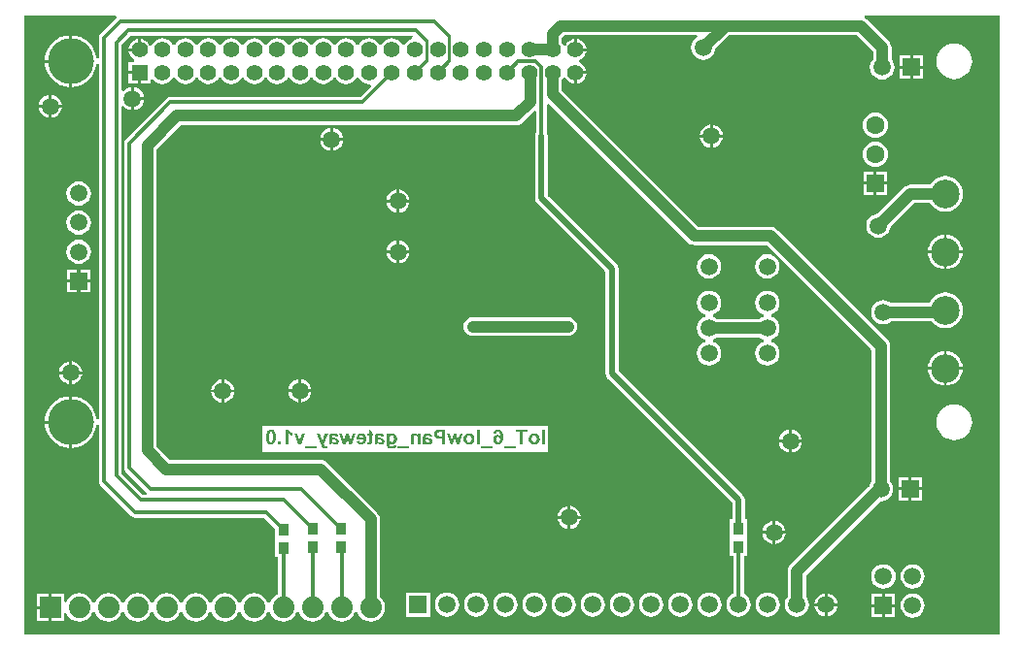
<source format=gbl>
%FSTAX24Y24*%
%MOMM*%
%SFA1B1*%

%IPPOS*%
%ADD10R,0.949998X0.999998*%
%ADD22C,0.299999*%
%ADD23C,0.999998*%
%ADD24R,1.599997X1.599997*%
%ADD25C,1.599997*%
%ADD26R,1.519997X1.519997*%
%ADD27C,1.519997*%
%ADD28R,1.499997X1.499997*%
%ADD29C,1.499997*%
%ADD30C,3.999992*%
%ADD31C,2.499995*%
%ADD32R,1.499997X1.499997*%
%ADD33C,1.399997*%
%ADD34R,1.399997X1.399997*%
%ADD35R,1.879996X1.879996*%
%ADD36C,1.879996*%
%ADD37C,0.509999*%
%ADD38C,0.499999*%
%ADD39C,0.250000*%
%LNiot_6_lowpan_gateway_v01-1*%
%LPD*%
G36*
X353399Y537299D02*
X353099Y536199D01*
X352499Y535099*
X350499Y534199*
X348399Y532599*
X346799Y530499*
X346599Y530099*
X344399*
X344199Y530499*
X342599Y532599*
X340499Y534199*
X338099Y535199*
X335499Y535599*
X332899Y535199*
X330499Y534199*
X328399Y532599*
X326799Y530499*
X326599Y530099*
X324399*
X324199Y530499*
X322599Y532599*
X320499Y534199*
X318099Y535199*
X315499Y535599*
X312899Y535199*
X310499Y534199*
X308399Y532599*
X306799Y530499*
X306599Y530099*
X304399*
X304199Y530499*
X302599Y532599*
X300499Y534199*
X298099Y535199*
X295499Y535599*
X292899Y535199*
X290499Y534199*
X288399Y532599*
X286799Y530499*
X286599Y530099*
X284399*
X284199Y530499*
X282599Y532599*
X280499Y534199*
X278099Y535199*
X275499Y535599*
X272899Y535199*
X270499Y534199*
X268399Y532599*
X266799Y530499*
X266599Y530099*
X264399*
X264199Y530499*
X262599Y532599*
X260499Y534199*
X258099Y535199*
X255499Y535599*
X252899Y535199*
X250499Y534199*
X248399Y532599*
X246799Y530499*
X246599Y530099*
X244399*
X244199Y530499*
X242599Y532599*
X240499Y534199*
X238099Y535199*
X235499Y535599*
X232899Y535199*
X230499Y534199*
X228399Y532599*
X226799Y530499*
X226599Y530099*
X224399*
X224199Y530499*
X222599Y532599*
X220499Y534199*
X218099Y535199*
X215499Y535599*
X212899Y535199*
X210499Y534199*
X208399Y532599*
X206799Y530499*
X206599Y530099*
X204399*
X204199Y530499*
X202599Y532599*
X200499Y534199*
X198099Y535199*
X195499Y535599*
X192899Y535199*
X1905Y534199*
X188399Y532599*
X186799Y530499*
X186599Y530099*
X184399*
X184199Y530499*
X182599Y532599*
X180499Y534199*
X178099Y535199*
X175499Y535599*
X172899Y535199*
X170499Y534199*
X168399Y532599*
X166799Y530499*
X166599Y530099*
X164399*
X164199Y530499*
X162599Y532599*
X160499Y534199*
X158099Y535199*
X155499Y535599*
X152899Y535199*
X150499Y534199*
X148399Y532599*
X146799Y530499*
X146599Y530099*
X144399*
X144199Y530499*
X142599Y532599*
X140499Y534199*
X138099Y535199*
X135499Y535599*
X132899Y535199*
X130499Y534199*
X128399Y532599*
X126799Y530499*
X126299Y529499*
X124199*
X123799Y530299*
X122299Y532299*
X120299Y533799*
X117999Y534799*
X116799Y534999*
Y525499*
X115499*
Y524199*
X105999*
X106199Y522999*
X107199Y5207*
X108699Y518699*
X110699Y517199*
X110999Y516999*
X110599Y514999*
X105999*
Y506799*
X115499*
Y505499*
X116799*
Y495999*
X124999*
Y499599*
X125599Y499799*
X127Y500099*
X128399Y498399*
X130499Y496799*
X132899Y495799*
X135499Y495399*
X138099Y495799*
X140499Y496799*
X142599Y498399*
X144199Y500499*
X144399Y500899*
X146599*
X146799Y500499*
X148399Y498399*
X150499Y496799*
X152899Y495799*
X155499Y495399*
X158099Y495799*
X160499Y496799*
X162599Y498399*
X164199Y500499*
X164399Y500899*
X166599*
X166799Y500499*
X168399Y498399*
X170499Y496799*
X172899Y495799*
X175499Y495399*
X178099Y495799*
X180499Y496799*
X182599Y498399*
X184199Y500499*
X184399Y500899*
X186599*
X186799Y500499*
X188399Y498399*
X1905Y496799*
X192899Y495799*
X195499Y495399*
X198099Y495799*
X200499Y496799*
X202599Y498399*
X204199Y500499*
X204399Y500899*
X206599*
X206799Y500499*
X208399Y498399*
X210499Y496799*
X212899Y495799*
X215499Y495399*
X218099Y495799*
X220499Y496799*
X222599Y498399*
X224199Y500499*
X224399Y500899*
X226599*
X226799Y500499*
X228399Y498399*
X230499Y496799*
X232899Y495799*
X235499Y495399*
X238099Y495799*
X240499Y496799*
X242599Y498399*
X244199Y500499*
X244399Y500899*
X246599*
X246799Y500499*
X248399Y498399*
X250499Y496799*
X252899Y495799*
X255499Y495399*
X258099Y495799*
X260499Y496799*
X262599Y498399*
X264199Y500499*
X264399Y500899*
X266599*
X266799Y500499*
X268399Y498399*
X270499Y496799*
X272899Y495799*
X275499Y495399*
X278099Y495799*
X280499Y496799*
X282599Y498399*
X284199Y500499*
X284399Y500899*
X286599*
X286799Y500499*
X288399Y498399*
X290499Y496799*
X292899Y495799*
X295499Y495399*
X298099Y495799*
X300499Y496799*
X302599Y498399*
X304199Y500499*
X304399Y500899*
X306599*
X306799Y500499*
X308399Y498399*
X310499Y496799*
X312899Y495799*
X315499Y495399*
X316199Y495499*
X317099Y493599*
X307799Y484299*
X142299*
X140499Y483999*
X138999Y482999*
X103299Y447199*
X102299Y445799*
X101899Y443999*
Y160999*
X102299Y159199*
X103299Y157799*
X121899Y139099*
X121599Y137799*
X121199Y137099*
X118699*
X099799Y155899*
Y475799*
X101799Y476499*
X102299Y475799*
X104399Y474199*
X106899Y473199*
X108199Y472999*
Y482999*
Y492999*
X106899Y492799*
X104399Y491799*
X102299Y490199*
X101799Y489499*
X099799Y490199*
Y530099*
X107699Y537899*
X352999*
X353399Y537299*
G37*
G36*
X865499Y015199D02*
X015199D01*
Y555799*
X094899*
X095499Y553799*
Y553699*
X081299Y539499*
X080299Y537999*
X079899Y536199*
Y517999*
X077899Y517899*
X077699Y519899*
X076399Y524199*
X074299Y528099*
X071499Y531499*
X068099Y534299*
X064199Y536399*
X059899Y537699*
X056799Y537999*
Y515499*
Y492999*
X059899Y493299*
X064199Y494599*
X068099Y496699*
X071499Y499499*
X074299Y502899*
X076399Y506799*
X077699Y511099*
X077899Y513099*
X079899Y512999*
Y202999*
X077899Y202899*
X077699Y204899*
X076399Y209199*
X074299Y213099*
X071499Y216499*
X068099Y219299*
X064199Y221399*
X059899Y222699*
X056799Y222999*
Y200499*
Y177999*
X059899Y178299*
X064199Y179599*
X068099Y181699*
X071499Y184499*
X074299Y187899*
X076399Y191799*
X077699Y196099*
X077899Y198099*
X079899Y197999*
Y148799*
X080299Y146999*
X081299Y145499*
X108499Y118299*
X109999Y117299*
X111799Y116899*
X224099*
X233499Y107499*
Y098999*
Y096999*
Y082999*
X236299*
Y050299*
X234599Y049599*
X231999Y047599*
X229999Y044999*
X229199Y043099*
X227099*
X226299Y044999*
X224299Y047599*
X221699Y049599*
X218699Y0508*
X215499Y051299*
X212199Y0508*
X209199Y049599*
X206599Y047599*
X204599Y044999*
X203799Y043099*
X201699*
X200899Y044999*
X198899Y047599*
X196299Y049599*
X193299Y0508*
X189999Y051299*
X186799Y0508*
X183799Y049599*
X181199Y047599*
X179199Y044999*
X178399Y043099*
X176299*
X175499Y044999*
X173499Y047599*
X170899Y049599*
X167899Y0508*
X164699Y051299*
X161399Y0508*
X158399Y049599*
X155799Y047599*
X153799Y044999*
X152999Y043099*
X150899*
X150099Y044999*
X148099Y047599*
X145499Y049599*
X142499Y0508*
X139299Y051299*
X135999Y0508*
X132999Y049599*
X130399Y047599*
X128399Y044999*
X127599Y043099*
X125499*
X124699Y044999*
X122699Y047599*
X120099Y049599*
X117099Y0508*
X113899Y051299*
X110599Y0508*
X107599Y049599*
X104999Y047599*
X102999Y044999*
X102199Y043099*
X100099*
X099299Y044999*
X097299Y047599*
X094699Y049599*
X091699Y0508*
X088499Y051299*
X085199Y0508*
X082199Y049599*
X079599Y047599*
X077599Y044999*
X076799Y043099*
X074699*
X073899Y044999*
X071899Y047599*
X069299Y049599*
X066299Y0508*
X062999Y051299*
X059799Y0508*
X056799Y049599*
X054199Y047599*
X052199Y044999*
X051599Y043499*
X049599Y043899*
Y050699*
X038899*
Y038699*
Y026799*
X049599*
Y033599*
X051599Y033999*
X052199Y032499*
X054199Y029899*
X056799Y027899*
X059799Y026699*
X062999Y026199*
X066299Y026699*
X069299Y027899*
X071899Y029899*
X073899Y032499*
X074699Y034399*
X076799*
X077599Y032499*
X079599Y029899*
X082199Y027899*
X085199Y026699*
X088499Y026199*
X091699Y026699*
X094699Y027899*
X097299Y029899*
X099299Y032499*
X100099Y034399*
X102199*
X102999Y032499*
X104999Y029899*
X107599Y027899*
X110599Y026699*
X113899Y026199*
X117099Y026699*
X120099Y027899*
X122699Y029899*
X124699Y032499*
X125499Y034399*
X127599*
X128399Y032499*
X130399Y029899*
X132999Y027899*
X135999Y026699*
X139299Y026199*
X142499Y026699*
X145499Y027899*
X148099Y029899*
X150099Y032499*
X150899Y034399*
X152999*
X153799Y032499*
X155799Y029899*
X158399Y027899*
X161399Y026699*
X164699Y026199*
X167899Y026699*
X170899Y027899*
X173499Y029899*
X175499Y032499*
X176299Y034399*
X178399*
X179199Y032499*
X181199Y029899*
X183799Y027899*
X186799Y026699*
X189999Y026199*
X193299Y026699*
X196299Y027899*
X198899Y029899*
X200899Y032499*
X201699Y034399*
X203799*
X204599Y032499*
X206599Y029899*
X209199Y027899*
X212199Y026699*
X215499Y026199*
X218699Y026699*
X221699Y027899*
X224299Y029899*
X226299Y032499*
X227099Y034399*
X229199*
X229999Y032499*
X231999Y029899*
X234599Y027899*
X237599Y026699*
X240799Y026199*
X244099Y026699*
X247099Y027899*
X249699Y029899*
X251699Y032499*
X252499Y034399*
X254599*
X255399Y032499*
X257399Y029899*
X259999Y027899*
X262999Y026699*
X266199Y026199*
X269499Y026699*
X272499Y027899*
X275099Y029899*
X277099Y032499*
X277899Y034399*
X279999*
X280799Y032499*
X282799Y029899*
X285399Y027899*
X288399Y026699*
X291699Y026199*
X294899Y026699*
X297899Y027899*
X300499Y029899*
X302499Y032499*
X303299Y034399*
X305399*
X306199Y032499*
X308199Y029899*
X310799Y027899*
X313799Y026699*
X316999Y026199*
X320299Y026699*
X323299Y027899*
X325899Y029899*
X327899Y032499*
X329099Y035499*
X329599Y038799*
X329099Y041999*
X327899Y044999*
X325899Y047599*
X325099Y048199*
Y115699*
X324799Y117799*
X323999Y119699*
X322799Y121399*
X278999Y165199*
X277299Y166499*
X275299Y167299*
X273299Y167599*
X141799*
X130299Y179099*
Y438399*
X151599Y459699*
X443499*
X445599Y459999*
X447499Y460799*
X449199Y461999*
X459299Y472199*
X461199Y471399*
Y453499*
X460599Y452599*
X460099Y450499*
Y395999*
X460599Y393899*
X461799Y391999*
X521599Y332199*
Y242999*
X522099Y240899*
X523299Y238999*
X631899Y130399*
Y115699*
X629799*
Y101799*
Y099799*
Y097699*
Y083799*
X632899*
Y050699*
X632199Y050399*
X629999Y048699*
X628299Y046499*
X627299Y043999*
X626899Y041199*
X627299Y038499*
X628299Y035999*
X629999Y033799*
X632199Y032099*
X634799Y030999*
X637499Y030699*
X640199Y030999*
X642799Y032099*
X644999Y033799*
X646699Y035999*
X6477Y038499*
X648099Y041199*
X6477Y043999*
X646699Y046499*
X644999Y048699*
X642799Y050399*
X642099Y050699*
Y083799*
X645299*
Y097699*
Y099799*
Y101799*
Y115699*
X643099*
Y132699*
X642699Y134899*
X641499Y136699*
X532899Y245299*
Y334499*
X532399Y336599*
X531199Y338499*
X471399Y398299*
Y450499*
X470899Y452599*
X470299Y453499*
Y477899*
X472199Y478699*
X593499Y357299*
X595199Y355999*
X597199Y355199*
X599199Y354899*
X662399*
X753699Y263699*
Y149399*
X752299Y147599*
X751299Y144999*
X751199Y144299*
X682599Y075799*
X681299Y074099*
X680499Y072099*
X680199Y070099*
Y047999*
X679099Y046499*
X678099Y043999*
X677699Y041199*
X678099Y038499*
X679099Y035999*
X680799Y033799*
X682999Y032099*
X685599Y030999*
X688299Y030699*
X690999Y030999*
X693599Y032099*
X695799Y033799*
X697499Y035999*
X6985Y038499*
X698899Y041199*
X6985Y043999*
X697499Y046499*
X696399Y047999*
Y066699*
X761199Y131599*
X761599Y131499*
X764399Y131899*
X766999Y132999*
X769199Y134699*
X770899Y136899*
X771899Y139499*
X772299Y142299*
X771899Y144999*
X770899Y147599*
X769799Y148999*
Y266999*
X769499Y269099*
X768699Y270999*
X767499Y272699*
X671499Y368699*
X669799Y369999*
X667799Y370799*
X665699Y371099*
X602599*
X483599Y490099*
Y499599*
X484199Y500499*
X484699Y501499*
X486799*
X487199Y500699*
X488699Y498699*
X490699Y497199*
X492999Y496199*
X494199Y495999*
Y505499*
X495499*
Y506799*
X504999*
X504799Y508*
X503799Y510299*
X502299Y512299*
X500299Y513799*
X498899Y514399*
Y516599*
X500299Y517199*
X502299Y518699*
X503799Y5207*
X504799Y522999*
X504999Y524199*
X495499*
Y525499*
X494199*
Y534999*
X492999Y534799*
X490699Y533799*
X488699Y532299*
X487199Y530299*
X486799Y529499*
X484699*
X484199Y530499*
X483599Y531399*
Y536199*
X485799Y538399*
X601099*
X601499Y536399*
X599299Y534699*
X597599Y532499*
X596499Y529999*
X596199Y527199*
X596499Y524499*
X597599Y521999*
X599299Y519799*
X601499Y518099*
X603999Y516999*
X606699Y516699*
X609499Y516999*
X611999Y518099*
X614199Y519799*
X615899Y521999*
X616999Y524499*
X617199Y526299*
X629299Y538399*
X740399*
X754699Y524099*
Y517199*
X753499Y515599*
X752499Y512999*
X752099Y510299*
X752499Y507499*
X753499Y504899*
X755199Y502699*
X757399Y500999*
X759999Y499899*
X762799Y499499*
X765599Y499899*
X768199Y500999*
X770399Y502699*
X772099Y504899*
X773099Y507499*
X773499Y510299*
X773099Y512999*
X772099Y515599*
X770899Y517199*
Y527399*
X770599Y529499*
X769799Y531499*
X768499Y533199*
X749499Y552199*
X747799Y553499*
X747199Y553799*
X747499Y555799*
X865499*
Y015199*
G37*
%LNiot_6_lowpan_gateway_v01-2*%
%LPC*%
G36*
X114199Y534999D02*
X112999Y534799D01*
X110699Y533799*
X108699Y532299*
X107199Y530299*
X106199Y527999*
X105999Y526799*
X114199*
Y534999*
G37*
G36*
Y504199D02*
X105999D01*
Y495999*
X114199*
Y504199*
G37*
G36*
X110799Y492999D02*
Y484299D01*
X119499*
X119299Y485599*
X118299Y488099*
X116699Y490199*
X114599Y491799*
X112099Y492799*
X110799Y492999*
G37*
G36*
X119499Y481699D02*
X110799D01*
Y472999*
X112099Y473199*
X114599Y474199*
X116699Y475799*
X118299Y477899*
X119299Y480399*
X119499Y481699*
G37*
G36*
X496799Y534999D02*
Y526799D01*
X504999*
X504799Y527999*
X503799Y530299*
X502299Y532299*
X500299Y533799*
X497999Y534799*
X496799Y534999*
G37*
G36*
X054199Y537999D02*
X051099Y537699D01*
X046799Y536399*
X042899Y534299*
X039499Y531499*
X036699Y528099*
X034599Y524199*
X033299Y519899*
X032999Y516799*
X054199*
Y537999*
G37*
G36*
X798399Y520399D02*
X789499D01*
Y511499*
X798399*
Y520399*
G37*
G36*
X786899D02*
X777999D01*
Y511499*
X786899*
Y520399*
G37*
G36*
X798399Y508999D02*
X789499D01*
Y500099*
X798399*
Y508999*
G37*
G36*
X786899D02*
X777999D01*
Y500099*
X786899*
Y508999*
G37*
G36*
X8255Y531099D02*
X822499Y530799D01*
X819499Y529899*
X816799Y528499*
X814499Y526499*
X812499Y524199*
X811099Y521499*
X810199Y518499*
X809899Y515499*
X810199Y512499*
X811099Y509499*
X812499Y506799*
X814499Y504499*
X816799Y502499*
X819499Y501099*
X822499Y500199*
X8255Y499899*
X828499Y500199*
X831499Y501099*
X834199Y502499*
X836499Y504499*
X838499Y506799*
X839899Y509499*
X840799Y512499*
X841099Y515499*
X840799Y518499*
X839899Y521499*
X838499Y524199*
X836499Y526499*
X834199Y528499*
X831499Y529899*
X828499Y530799*
X8255Y531099*
G37*
G36*
X504999Y504199D02*
X496799D01*
Y495999*
X497999Y496199*
X500299Y497199*
X502299Y498699*
X503799Y500699*
X504799Y502999*
X504999Y504199*
G37*
G36*
X054199Y514199D02*
X032999D01*
X033299Y511099*
X034599Y506799*
X036699Y502899*
X039499Y499499*
X042899Y496699*
X046799Y494599*
X051099Y493299*
X054199Y492999*
Y514199*
G37*
G36*
X038999Y486199D02*
Y477499D01*
X047699*
X047499Y478899*
X046499Y481299*
X044899Y483399*
X042799Y484999*
X040399Y485999*
X038999Y486199*
G37*
G36*
X036499D02*
X035099Y485999D01*
X032699Y484999*
X030599Y483399*
X028999Y481299*
X027999Y478899*
X027799Y477499*
X036499*
Y486199*
G37*
G36*
X047699Y474999D02*
X038999D01*
Y466299*
X040399Y466499*
X042799Y467499*
X044899Y469099*
X046499Y471199*
X047499Y473599*
X047699Y474999*
G37*
G36*
X036499D02*
X027799D01*
X027999Y473599*
X028999Y471199*
X030599Y469099*
X032699Y467499*
X035099Y466499*
X036499Y466299*
Y474999*
G37*
G36*
X614999Y460199D02*
Y451499D01*
X623699*
X623499Y452899*
X622499Y455299*
X620899Y457399*
X618799Y458999*
X616399Y459999*
X614999Y460199*
G37*
G36*
X612499D02*
X611099Y459999D01*
X608699Y458999*
X606599Y457399*
X604999Y455299*
X603999Y452899*
X603799Y451499*
X612499*
Y460199*
G37*
G36*
X756799Y470799D02*
X753899Y470499D01*
X751199Y469399*
X748899Y467599*
X747099Y465299*
X745999Y462599*
X745699Y459699*
X745999Y456899*
X747099Y454199*
X748899Y451899*
X751199Y450099*
X753899Y448999*
X756799Y448699*
X759599Y448999*
X762299Y450099*
X764599Y451899*
X766399Y454199*
X767499Y456899*
X767799Y459699*
X767499Y462599*
X766399Y465299*
X764599Y467599*
X762299Y469399*
X759599Y470499*
X756799Y470799*
G37*
G36*
X284299Y4572D02*
Y448499D01*
X292999*
X292799Y449899*
X291799Y452299*
X290199Y454399*
X288099Y455999*
X285599Y456999*
X284299Y4572*
G37*
G36*
X281699D02*
X280399Y456999D01*
X277899Y455999*
X275799Y454399*
X274199Y452299*
X273199Y449899*
X272999Y448499*
X281699*
Y4572*
G37*
G36*
X623699Y448999D02*
X614999D01*
Y440299*
X616399Y440499*
X618799Y441499*
X620899Y443099*
X622499Y445199*
X623499Y447599*
X623699Y448999*
G37*
G36*
X612499D02*
X603799D01*
X603999Y447599*
X604999Y445199*
X606599Y443099*
X608699Y441499*
X611099Y440499*
X612499Y440299*
Y448999*
G37*
G36*
X292999Y445999D02*
X284299D01*
Y437299*
X285599Y437499*
X288099Y438499*
X290199Y440099*
X291799Y442199*
X292799Y444599*
X292999Y445999*
G37*
G36*
X281699D02*
X272999D01*
X273199Y444599*
X274199Y442199*
X275799Y440099*
X277899Y438499*
X280399Y437499*
X281699Y437299*
Y445999*
G37*
G36*
X756799Y445399D02*
X753899Y445099D01*
X751199Y443999*
X748899Y442199*
X747099Y439899*
X745999Y437199*
X745699Y434399*
X745999Y431499*
X747099Y428799*
X748899Y426499*
X751199Y424699*
X753899Y423599*
X756799Y423299*
X759599Y423599*
X762299Y424699*
X764599Y426499*
X766399Y428799*
X767499Y431499*
X767799Y434399*
X767499Y437199*
X766399Y439899*
X764599Y442199*
X762299Y443999*
X759599Y445099*
X756799Y445399*
G37*
G36*
X767299Y419499D02*
X757999D01*
Y410199*
X767299*
Y419499*
G37*
G36*
X755499D02*
X746199D01*
Y410199*
X755499*
Y419499*
G37*
G36*
X767299Y407699D02*
X757999D01*
Y398399*
X767299*
Y407699*
G37*
G36*
X755499D02*
X746199D01*
Y398399*
X755499*
Y407699*
G37*
G36*
X341999Y403499D02*
Y394799D01*
X350699*
X350499Y396099*
X349499Y398599*
X347899Y400699*
X345799Y402299*
X343399Y403299*
X341999Y403499*
G37*
G36*
X339499D02*
X338099Y403299D01*
X335699Y402299*
X333599Y400699*
X331999Y398599*
X330999Y396099*
X330799Y394799*
X339499*
Y403499*
G37*
G36*
X062499Y410599D02*
X059799Y410299D01*
X057199Y409199*
X054999Y407499*
X053299Y405299*
X052299Y402799*
X051899Y400099*
X052299Y397299*
X053299Y394799*
X054999Y392599*
X057199Y390899*
X059799Y389799*
X062499Y389499*
X065199Y389799*
X067799Y390899*
X069999Y392599*
X071699Y394799*
X072699Y397299*
X073099Y400099*
X072699Y402799*
X071699Y405299*
X069999Y407499*
X067799Y409199*
X065199Y410299*
X062499Y410599*
G37*
G36*
X817799Y415399D02*
X814699Y415099D01*
X811799Y414199*
X809099Y412799*
X806699Y410799*
X804799Y408499*
X804499Y407899*
X787299*
X785199Y407599*
X783299Y406799*
X781599Y405499*
X758599Y382499*
X756799Y382199*
X754199Y381199*
X751999Y379499*
X750299Y377299*
X7493Y374699*
X748899Y371999*
X7493Y369299*
X750299Y366699*
X751999Y364499*
X754199Y362799*
X756799Y361799*
X759499Y361399*
X762199Y361799*
X764799Y362799*
X766999Y364499*
X768699Y366699*
X769699Y369299*
X769999Y371099*
X790599Y391699*
X804499*
X804799Y391099*
X806699Y388799*
X809099Y386799*
X811799Y385399*
X814699Y384499*
X817799Y384199*
X820799Y384499*
X823699Y385399*
X826399Y386799*
X828799Y388799*
X830699Y391099*
X832099Y393799*
X832999Y396799*
X833299Y399799*
X832999Y402799*
X832099Y405799*
X830699Y408499*
X828799Y410799*
X826399Y412799*
X823699Y414199*
X820799Y415099*
X817799Y415399*
G37*
G36*
X350699Y392199D02*
X341999D01*
Y383499*
X343399Y383699*
X345799Y384699*
X347899Y386299*
X349499Y388399*
X350499Y390899*
X350699Y392199*
G37*
G36*
X339499D02*
X330799D01*
X330999Y390899*
X331999Y388399*
X333599Y386299*
X335699Y384699*
X338099Y383699*
X339499Y383499*
Y392199*
G37*
G36*
X062499Y385199D02*
X059799Y384899D01*
X057199Y383799*
X054999Y382099*
X053299Y379899*
X052299Y377399*
X051899Y374699*
X052299Y371899*
X053299Y369399*
X054999Y367199*
X057199Y365499*
X059799Y364399*
X062499Y364099*
X065199Y364399*
X067799Y365499*
X069999Y367199*
X071699Y369399*
X072699Y371899*
X073099Y374699*
X072699Y377399*
X071699Y379899*
X069999Y382099*
X067799Y383799*
X065199Y384899*
X062499Y385199*
G37*
G36*
X341999Y359199D02*
Y350499D01*
X350699*
X350499Y351899*
X349499Y354299*
X347899Y356399*
X345799Y357999*
X343399Y358999*
X341999Y359199*
G37*
G36*
X339499D02*
X338099Y358999D01*
X335699Y357999*
X333599Y356399*
X331999Y354299*
X330999Y351899*
X330799Y350499*
X339499*
Y359199*
G37*
G36*
X818999Y363999D02*
Y350299D01*
X832699*
X832599Y351899*
X831699Y354799*
X830299Y357399*
X828399Y359699*
X826099Y361599*
X823499Y362999*
X820699Y363799*
X818999Y363999*
G37*
G36*
X816499D02*
X814799Y363799D01*
X811999Y362999*
X809399Y361599*
X807099Y359699*
X805199Y357399*
X803799Y354799*
X802899Y351899*
X802799Y350299*
X816499*
Y363999*
G37*
G36*
X350699Y347999D02*
X341999D01*
Y339299*
X343399Y339499*
X345799Y340499*
X347899Y342099*
X349499Y344199*
X350499Y346599*
X350699Y347999*
G37*
G36*
X339499D02*
X330799D01*
X330999Y346599*
X331999Y344199*
X333599Y342099*
X335699Y340499*
X338099Y339499*
X339499Y339299*
Y347999*
G37*
G36*
X062499Y359799D02*
X059799Y359499D01*
X057199Y358399*
X054999Y356699*
X053299Y354499*
X052299Y351999*
X051899Y349199*
X052299Y346499*
X053299Y343999*
X054999Y341799*
X057199Y340099*
X059799Y338999*
X062499Y338699*
X065199Y338999*
X067799Y340099*
X069999Y341799*
X071699Y343999*
X072699Y346499*
X073099Y349199*
X072699Y351999*
X071699Y354499*
X069999Y356699*
X067799Y358399*
X065199Y359499*
X062499Y359799*
G37*
G36*
X832699Y347699D02*
X818999D01*
Y333999*
X820699Y334199*
X823499Y334999*
X826099Y336399*
X828399Y338299*
X830299Y340599*
X831699Y343199*
X832599Y346099*
X832699Y347699*
G37*
G36*
X816499D02*
X802799D01*
X802899Y346099*
X803799Y343199*
X805199Y340599*
X807099Y338299*
X809399Y336399*
X811999Y334999*
X814799Y334199*
X816499Y333999*
Y347699*
G37*
G36*
X662499Y347099D02*
X659799Y346699D01*
X657199Y345699*
X654999Y343999*
X653299Y341799*
X652299Y339199*
X651899Y336499*
X652299Y333799*
X653299Y331199*
X654999Y328999*
X657199Y327299*
X659799Y326299*
X662499Y325899*
X665199Y326299*
X667799Y327299*
X669999Y328999*
X671699Y331199*
X672699Y333799*
X6731Y336499*
X672699Y339199*
X671699Y341799*
X669999Y343999*
X667799Y345699*
X665199Y346699*
X662499Y347099*
G37*
G36*
X611699D02*
X608999Y346699D01*
X606399Y345699*
X604199Y343999*
X602499Y341799*
X601499Y339199*
X601099Y336499*
X601499Y333799*
X602499Y331199*
X604199Y328999*
X606399Y327299*
X608999Y326299*
X611699Y325899*
X614399Y326299*
X616999Y327299*
X619199Y328999*
X620899Y331199*
X621899Y333799*
X6223Y336499*
X621899Y339199*
X620899Y341799*
X619199Y343999*
X616999Y345699*
X614399Y346699*
X611699Y347099*
G37*
G36*
X072499Y333899D02*
X063799D01*
Y325099*
X072499*
Y333899*
G37*
G36*
X061199D02*
X052499D01*
Y325099*
X061199*
Y333899*
G37*
G36*
X072499Y322599D02*
X063799D01*
Y313799*
X072499*
Y322599*
G37*
G36*
X061199D02*
X052499D01*
Y313799*
X061199*
Y322599*
G37*
G36*
X817799Y313799D02*
X814699Y313499D01*
X811799Y312599*
X809099Y311199*
X806699Y309299*
X804799Y306899*
X803599Y304599*
X770499*
X768999Y305699*
X766499Y306699*
X763799Y307099*
X760999Y306699*
X758499Y305699*
X756299Y303999*
X754599Y301799*
X753499Y299199*
X753199Y296499*
X753499Y293799*
X754599Y291199*
X756299Y288999*
X758499Y287299*
X760999Y286299*
X763799Y285899*
X766499Y286299*
X768999Y287299*
X770499Y288399*
X805799*
X806699Y287199*
X809099Y285299*
X811799Y283899*
X814699Y282999*
X817799Y282699*
X820799Y282999*
X823699Y283899*
X826399Y285299*
X828799Y287199*
X830699Y289599*
X832099Y292299*
X832999Y295199*
X833299Y298299*
X832999Y301299*
X832099Y304199*
X830699Y306899*
X828799Y309299*
X826399Y311199*
X823699Y312599*
X820799Y313499*
X817799Y313799*
G37*
G36*
X662499Y315099D02*
X659799Y314699D01*
X657199Y313699*
X654999Y311999*
X653299Y309799*
X652299Y307199*
X651899Y304499*
X652299Y301799*
X653299Y299199*
X654999Y296999*
X657199Y295299*
X658999Y294599*
Y292399*
X657199Y291699*
X655799Y290599*
X618399*
X616999Y291699*
X615199Y292399*
Y294599*
X616999Y295299*
X619199Y296999*
X620899Y299199*
X621899Y301799*
X6223Y304499*
X621899Y307199*
X620899Y309799*
X619199Y311999*
X616999Y313699*
X614399Y314699*
X611699Y315099*
X608999Y314699*
X606399Y313699*
X604199Y311999*
X602499Y309799*
X601499Y307199*
X601099Y304499*
X601499Y301799*
X602499Y299199*
X604199Y296999*
X606399Y295299*
X608199Y294599*
Y292399*
X606399Y291699*
X604199Y289999*
X602499Y287799*
X601499Y285199*
X601099Y282499*
X601499Y279799*
X602499Y277199*
X604199Y274999*
X606399Y273299*
X608199Y272599*
Y270399*
X606399Y269699*
X604199Y267999*
X602499Y265799*
X601499Y263199*
X601099Y260499*
X601499Y257799*
X602499Y255199*
X604199Y252999*
X606399Y251299*
X608999Y250299*
X611699Y249899*
X614399Y250299*
X616999Y251299*
X619199Y252999*
X620899Y255199*
X621899Y257799*
X6223Y260499*
X621899Y263199*
X620899Y265799*
X619199Y267999*
X616999Y269699*
X615199Y270399*
Y272599*
X616999Y273299*
X618399Y274399*
X655799*
X657199Y273299*
X658999Y272599*
Y270399*
X657199Y269699*
X654999Y267999*
X653299Y265799*
X652299Y263199*
X651899Y260499*
X652299Y257799*
X653299Y255199*
X654999Y252999*
X657199Y251299*
X659799Y250299*
X662499Y249899*
X665199Y250299*
X667799Y251299*
X669999Y252999*
X671699Y255199*
X672699Y257799*
X6731Y260499*
X672699Y263199*
X671699Y265799*
X669999Y267999*
X667799Y269699*
X665999Y270399*
Y272599*
X667799Y273299*
X669999Y274999*
X671699Y277199*
X672699Y279799*
X6731Y282499*
X672699Y285199*
X671699Y287799*
X669999Y289999*
X667799Y291699*
X665999Y292399*
Y294599*
X667799Y295299*
X669999Y296999*
X671699Y299199*
X672699Y301799*
X6731Y304499*
X672699Y307199*
X671699Y309799*
X669999Y311999*
X667799Y313699*
X665199Y314699*
X662499Y315099*
G37*
G36*
X488999Y2921D02*
X405999D01*
X403899Y291799*
X401999Y290999*
X400299Y289699*
X398999Y287999*
X398199Y286099*
X397899Y283999*
X398199Y281899*
X398999Y279999*
X400299Y278299*
X401999Y276999*
X403899Y276199*
X405999Y275899*
X488999*
X491099Y276199*
X492999Y276999*
X494699Y278299*
X495999Y279999*
X496799Y281899*
X497099Y283999*
X496799Y286099*
X495999Y287999*
X494699Y289699*
X492999Y290999*
X491099Y291799*
X488999Y2921*
G37*
G36*
X818999Y262399D02*
Y248699D01*
X832699*
X832599Y250399*
X831699Y253199*
X830299Y255799*
X828399Y258099*
X826099Y259999*
X823499Y261399*
X820699Y262299*
X818999Y262399*
G37*
G36*
X816499D02*
X814799Y262299D01*
X811999Y261399*
X809399Y259999*
X807099Y258099*
X805199Y255799*
X803799Y253199*
X802899Y250399*
X802799Y248699*
X816499*
Y262399*
G37*
G36*
X056799Y253699D02*
Y244999D01*
X065499*
X065299Y246399*
X064299Y248799*
X062699Y250899*
X060599Y252499*
X058099Y253499*
X056799Y253699*
G37*
G36*
X054199D02*
X052899Y253499D01*
X050399Y252499*
X048299Y250899*
X046699Y248799*
X045699Y246399*
X045499Y244999*
X054199*
Y253699*
G37*
G36*
X065499Y242499D02*
X056799D01*
Y233799*
X058099Y233999*
X060599Y234999*
X062699Y236599*
X064299Y238699*
X065299Y241099*
X065499Y242499*
G37*
G36*
X054199D02*
X045499D01*
X045699Y241099*
X046699Y238699*
X048299Y236599*
X050399Y234999*
X052899Y233999*
X054199Y233799*
Y242499*
G37*
G36*
X832699Y246199D02*
X818999D01*
Y232499*
X820699Y232599*
X823499Y233499*
X826099Y234899*
X828399Y236799*
X830299Y239099*
X831699Y241699*
X832599Y244499*
X832699Y246199*
G37*
G36*
X816499D02*
X802799D01*
X802899Y244499*
X803799Y241699*
X805199Y239099*
X807099Y236799*
X809399Y234899*
X811999Y233499*
X814799Y232599*
X816499Y232499*
Y246199*
G37*
G36*
X256499Y237999D02*
Y229299D01*
X265199*
X264999Y230599*
X263999Y233099*
X262399Y235199*
X260299Y236799*
X257899Y237799*
X256499Y237999*
G37*
G36*
X254D02*
X252599Y237799D01*
X250199Y236799*
X248099Y235199*
X246499Y233099*
X245499Y230599*
X245299Y229299*
X254*
Y237999*
G37*
G36*
X189299Y237699D02*
Y228999D01*
X197999*
X197799Y230399*
X196799Y232799*
X195199Y234899*
X193099Y236499*
X190599Y237499*
X189299Y237699*
G37*
G36*
X186699D02*
X185399Y237499D01*
X182899Y236499*
X180799Y234899*
X179199Y232799*
X178199Y230399*
X177999Y228999*
X186699*
Y237699*
G37*
G36*
X265199Y226699D02*
X256499D01*
Y217999*
X257899Y218199*
X260299Y219199*
X262399Y220799*
X263999Y222899*
X264999Y225399*
X265199Y226699*
G37*
G36*
X254D02*
X245299D01*
X245499Y225399*
X246499Y222899*
X248099Y220799*
X250199Y219199*
X252599Y218199*
X254Y217999*
Y226699*
G37*
G36*
X197999Y226499D02*
X189299D01*
Y217799*
X190599Y217999*
X193099Y218999*
X195199Y220599*
X196799Y222699*
X197799Y225099*
X197999Y226499*
G37*
G36*
X186699D02*
X177999D01*
X178199Y225099*
X179199Y222699*
X180799Y220599*
X182899Y218999*
X185399Y217999*
X186699Y217799*
Y226499*
G37*
G36*
X054199Y222999D02*
X051099Y222699D01*
X046799Y221399*
X042899Y219299*
X039499Y216499*
X036699Y213099*
X034599Y209199*
X033299Y204899*
X032999Y201799*
X054199*
Y222999*
G37*
G36*
X683999Y193999D02*
Y185299D01*
X692699*
X692499Y186599*
X691499Y189099*
X689899Y191199*
X687799Y192799*
X685399Y193799*
X683999Y193999*
G37*
G36*
X681499D02*
X680099Y193799D01*
X677699Y192799*
X675599Y191199*
X673999Y189099*
X672999Y186599*
X672799Y185299*
X681499*
Y193999*
G37*
G36*
X8255Y216099D02*
X822499Y215799D01*
X819499Y214899*
X816799Y213499*
X814499Y211499*
X812499Y209199*
X811099Y206499*
X810199Y203499*
X809899Y200499*
X810199Y197499*
X811099Y194499*
X812499Y191799*
X814499Y189499*
X816799Y187499*
X819499Y186099*
X822499Y185199*
X8255Y184899*
X828499Y185199*
X831499Y186099*
X834199Y187499*
X836499Y189499*
X838499Y191799*
X839899Y194499*
X840799Y197499*
X841099Y200499*
X840799Y203499*
X839899Y206499*
X838499Y209199*
X836499Y211499*
X834199Y213499*
X831499Y214899*
X828499Y215799*
X8255Y216099*
G37*
G36*
X054199Y199199D02*
X032999D01*
X033299Y196099*
X034599Y191799*
X036699Y187899*
X039499Y184499*
X042899Y181699*
X046799Y179599*
X051099Y178299*
X054199Y177999*
Y199199*
G37*
G36*
X471699Y197099D02*
X222899D01*
Y174499*
X471699*
Y197099*
G37*
G36*
X692699Y182699D02*
X683999D01*
Y173999*
X685399Y174199*
X687799Y175199*
X689899Y176799*
X691499Y178899*
X692499Y181399*
X692699Y182699*
G37*
G36*
X681499D02*
X672799D01*
X672999Y181399*
X673999Y178899*
X675599Y176799*
X677699Y175199*
X680099Y174199*
X681499Y173999*
Y182699*
G37*
G36*
X797199Y1524D02*
X788299D01*
Y143499*
X797199*
Y1524*
G37*
G36*
X785699D02*
X776799D01*
Y143499*
X785699*
Y1524*
G37*
G36*
X797199Y140999D02*
X788299D01*
Y132099*
X797199*
Y140999*
G37*
G36*
X785699D02*
X776799D01*
Y132099*
X785699*
Y140999*
G37*
G36*
X491299Y127499D02*
Y118799D01*
X499999*
X499799Y120099*
X498799Y122599*
X497199Y124699*
X495099Y126299*
X492599Y127299*
X491299Y127499*
G37*
G36*
X488699D02*
X487399Y127299D01*
X484899Y126299*
X482799Y124699*
X481199Y122599*
X480199Y120099*
X479999Y118799*
X488699*
Y127499*
G37*
G36*
X499999Y116199D02*
X491299D01*
Y107499*
X492599Y107699*
X495099Y108699*
X497199Y110299*
X498799Y112399*
X499799Y114899*
X499999Y116199*
G37*
G36*
X488699D02*
X479999D01*
X480199Y114899*
X481199Y112399*
X482799Y110299*
X484899Y108699*
X487399Y107699*
X488699Y107499*
Y116199*
G37*
G36*
X669799Y114199D02*
Y105499D01*
X678499*
X678299Y106899*
X677299Y109299*
X675699Y111399*
X673599Y112999*
X671099Y113999*
X669799Y114199*
G37*
G36*
X667199D02*
X665899Y113999D01*
X663399Y112999*
X661299Y111399*
X659699Y109299*
X658699Y106899*
X658499Y105499*
X667199*
Y114199*
G37*
G36*
X678499Y102999D02*
X669799D01*
Y094299*
X671099Y094499*
X673599Y095499*
X675699Y097099*
X677299Y099199*
X678299Y1016*
X678499Y102999*
G37*
G36*
X667199D02*
X658499D01*
X658699Y1016*
X659699Y099199*
X661299Y097099*
X663399Y095499*
X665899Y094499*
X667199Y094299*
Y102999*
G37*
G36*
X789299Y076499D02*
X786499Y076099D01*
X783999Y075099*
X781799Y073399*
X780099Y071199*
X778999Y068599*
X778699Y065899*
X778999Y063199*
X780099Y060599*
X781799Y058399*
X783999Y056699*
X786499Y055699*
X789299Y055299*
X791999Y055699*
X794499Y056699*
X796699Y058399*
X798399Y060599*
X799499Y063199*
X799799Y065899*
X799499Y068599*
X798399Y071199*
X796699Y073399*
X794499Y075099*
X791999Y076099*
X789299Y076499*
G37*
G36*
X763899Y076599D02*
X761099Y0762D01*
X758499Y075199*
X756299Y073499*
X754599Y071299*
X753499Y068699*
X753099Y065899*
X753499Y063099*
X754599Y060499*
X756299Y058299*
X758499Y056599*
X761099Y055599*
X763899Y055199*
X766599Y055599*
X769199Y056599*
X771399Y058299*
X773099Y060499*
X774199Y063099*
X774599Y065899*
X774199Y068699*
X773099Y071299*
X771399Y073499*
X769199Y075199*
X766599Y0762*
X763899Y076599*
G37*
G36*
X714999Y051199D02*
Y042499D01*
X723699*
X723499Y043899*
X722499Y046299*
X720899Y048399*
X718799Y049999*
X716299Y050999*
X714999Y051199*
G37*
G36*
X712399D02*
X711099Y050999D01*
X708599Y049999*
X706499Y048399*
X704899Y046299*
X703899Y043899*
X703699Y042499*
X712399*
Y051199*
G37*
G36*
X773899Y050499D02*
X765099D01*
Y041799*
X773899*
Y050499*
G37*
G36*
X762599D02*
X753799D01*
Y041799*
X762599*
Y050499*
G37*
G36*
X036399Y050699D02*
X025699D01*
Y039999*
X036399*
Y050699*
G37*
G36*
X723699Y039999D02*
X714999D01*
Y031299*
X716299Y031499*
X718799Y032499*
X720899Y034099*
X722499Y036199*
X723499Y038599*
X723699Y039999*
G37*
G36*
X712399D02*
X703699D01*
X703899Y038599*
X704899Y036199*
X706499Y034099*
X708599Y032499*
X711099Y031499*
X712399Y031299*
Y039999*
G37*
G36*
X368599Y051799D02*
X347599D01*
Y030799*
X368599*
Y051799*
G37*
G36*
X662899D02*
X660199Y051499D01*
X657599Y050399*
X655399Y048699*
X653699Y046499*
X652699Y043999*
X652299Y041199*
X652699Y038499*
X653699Y035999*
X655399Y033799*
X657599Y032099*
X660199Y030999*
X662899Y030699*
X665599Y030999*
X668199Y032099*
X670399Y033799*
X672099Y035999*
X6731Y038499*
X673499Y041199*
X6731Y043999*
X672099Y046499*
X670399Y048699*
X668199Y050399*
X665599Y051499*
X662899Y051799*
G37*
G36*
X612099D02*
X609399Y051499D01*
X606799Y050399*
X604599Y048699*
X602899Y046499*
X601899Y043999*
X601499Y041199*
X601899Y038499*
X602899Y035999*
X604599Y033799*
X606799Y032099*
X609399Y030999*
X612099Y030699*
X614799Y030999*
X617399Y032099*
X619599Y033799*
X621299Y035999*
X6223Y038499*
X622699Y041199*
X6223Y043999*
X621299Y046499*
X619599Y048699*
X617399Y050399*
X614799Y051499*
X612099Y051799*
G37*
G36*
X586699D02*
X583999Y051499D01*
X581399Y050399*
X579199Y048699*
X577499Y046499*
X576499Y043999*
X576099Y041199*
X576499Y038499*
X577499Y035999*
X579199Y033799*
X581399Y032099*
X583999Y030999*
X586699Y030699*
X589399Y030999*
X591999Y032099*
X594199Y033799*
X595899Y035999*
X5969Y038499*
X597299Y041199*
X5969Y043999*
X595899Y046499*
X594199Y048699*
X591999Y050399*
X589399Y051499*
X586699Y051799*
G37*
G36*
X561299D02*
X558599Y051499D01*
X555999Y050399*
X553799Y048699*
X552099Y046499*
X551099Y043999*
X550699Y041199*
X551099Y038499*
X552099Y035999*
X553799Y033799*
X555999Y032099*
X558599Y030999*
X561299Y030699*
X563999Y030999*
X566599Y032099*
X568799Y033799*
X570499Y035999*
X5715Y038499*
X571899Y041199*
X5715Y043999*
X570499Y046499*
X568799Y048699*
X566599Y050399*
X563999Y051499*
X561299Y051799*
G37*
G36*
X535899D02*
X533199Y051499D01*
X530599Y050399*
X528399Y048699*
X526699Y046499*
X525699Y043999*
X525299Y041199*
X525699Y038499*
X526699Y035999*
X528399Y033799*
X530599Y032099*
X533199Y030999*
X535899Y030699*
X538599Y030999*
X541199Y032099*
X543399Y033799*
X545099Y035999*
X5461Y038499*
X546499Y041199*
X5461Y043999*
X545099Y046499*
X543399Y048699*
X541199Y050399*
X538599Y051499*
X535899Y051799*
G37*
G36*
X510499D02*
X507799Y051499D01*
X505199Y050399*
X502999Y048699*
X501299Y046499*
X500299Y043999*
X499899Y041199*
X500299Y038499*
X501299Y035999*
X502999Y033799*
X505199Y032099*
X507799Y030999*
X510499Y030699*
X513199Y030999*
X515799Y032099*
X517999Y033799*
X519699Y035999*
X5207Y038499*
X521099Y041199*
X5207Y043999*
X519699Y046499*
X517999Y048699*
X515799Y050399*
X513199Y051499*
X510499Y051799*
G37*
G36*
X485099D02*
X482399Y051499D01*
X479799Y050399*
X477599Y048699*
X475899Y046499*
X474899Y043999*
X474499Y041199*
X474899Y038499*
X475899Y035999*
X477599Y033799*
X479799Y032099*
X482399Y030999*
X485099Y030699*
X487799Y030999*
X490399Y032099*
X492599Y033799*
X494299Y035999*
X4953Y038499*
X495699Y041199*
X4953Y043999*
X494299Y046499*
X492599Y048699*
X490399Y050399*
X487799Y051499*
X485099Y051799*
G37*
G36*
X459699D02*
X456999Y051499D01*
X454399Y050399*
X452199Y048699*
X450499Y046499*
X449499Y043999*
X449099Y041199*
X449499Y038499*
X450499Y035999*
X452199Y033799*
X454399Y032099*
X456999Y030999*
X459699Y030699*
X462399Y030999*
X464999Y032099*
X467199Y033799*
X468899Y035999*
X4699Y038499*
X470299Y041199*
X4699Y043999*
X468899Y046499*
X467199Y048699*
X464999Y050399*
X462399Y051499*
X459699Y051799*
G37*
G36*
X434299D02*
X431599Y051499D01*
X428999Y050399*
X426799Y048699*
X425099Y046499*
X424099Y043999*
X423699Y041199*
X424099Y038499*
X425099Y035999*
X426799Y033799*
X428999Y032099*
X431599Y030999*
X434299Y030699*
X436999Y030999*
X439599Y032099*
X441799Y033799*
X443499Y035999*
X4445Y038499*
X444899Y041199*
X4445Y043999*
X443499Y046499*
X441799Y048699*
X439599Y050399*
X436999Y051499*
X434299Y051799*
G37*
G36*
X408899D02*
X406199Y051499D01*
X403599Y050399*
X401399Y048699*
X399699Y046499*
X398699Y043999*
X398299Y041199*
X398699Y038499*
X399699Y035999*
X401399Y033799*
X403599Y032099*
X406199Y030999*
X408899Y030699*
X411599Y030999*
X414199Y032099*
X416399Y033799*
X418099Y035999*
X4191Y038499*
X419499Y041199*
X4191Y043999*
X418099Y046499*
X416399Y048699*
X414199Y050399*
X411599Y051499*
X408899Y051799*
G37*
G36*
X383499D02*
X380799Y051499D01*
X378199Y050399*
X375999Y048699*
X374299Y046499*
X373299Y043999*
X372899Y041199*
X373299Y038499*
X374299Y035999*
X375999Y033799*
X378199Y032099*
X380799Y030999*
X383499Y030699*
X386199Y030999*
X388799Y032099*
X390999Y033799*
X392699Y035999*
X3937Y038499*
X394099Y041199*
X3937Y043999*
X392699Y046499*
X390999Y048699*
X388799Y050399*
X386199Y051499*
X383499Y051799*
G37*
G36*
X773899Y039199D02*
X765099D01*
Y030499*
X773899*
Y039199*
G37*
G36*
X762599D02*
X753799D01*
Y030499*
X762599*
Y039199*
G37*
G36*
X789299Y051099D02*
X786499Y050699D01*
X783999Y049699*
X781799Y047999*
X780099Y045799*
X778999Y043199*
X778699Y040499*
X778999Y037799*
X780099Y035199*
X781799Y032999*
X783999Y031299*
X786499Y030299*
X789299Y029899*
X791999Y030299*
X794499Y031299*
X796699Y032999*
X798399Y035199*
X799499Y037799*
X799799Y040499*
X799499Y043199*
X798399Y045799*
X796699Y047999*
X794499Y049699*
X791999Y050699*
X789299Y051099*
G37*
G36*
X036399Y037499D02*
X025699D01*
Y026799*
X036399*
Y037499*
G37*
%LNiot_6_lowpan_gateway_v01-3*%
%LPD*%
G36*
X336199Y190699D02*
X336499D01*
X336799Y190599*
X337099*
X337499Y190399*
X337699Y190199*
X337899Y190099*
X338099Y189999*
X338299Y189899*
X338399Y189799*
X338499Y189699*
X338599Y189599*
X338699*
Y189499*
X338899Y189299*
X339099Y188999*
X339199Y188699*
X339399Y188399*
Y188099*
X339499Y187799*
X339699Y187199*
Y186999*
X339799Y186699*
Y186499*
Y186299*
Y186199*
Y185999*
Y185899*
Y185599*
Y185299*
X339699Y184699*
X339599Y184399*
X339499Y184099*
Y183899*
X339399Y183699*
X339299Y183499*
X339199Y183299*
Y183199*
X339099Y182999*
X338999*
Y182899*
Y182799*
X338699Y182499*
X338499Y182299*
X338299Y182099*
X337999Y181899*
X337799Y181799*
X337499Y181599*
X337299Y181499*
X337099*
X336899Y181399*
X336699Y181299*
X336499*
X336299*
X336199*
X336099Y181199*
X335999*
X335699Y181299*
X335399*
X335099Y181399*
X334899Y181499*
X334399Y181699*
X334199Y181899*
X333999Y181999*
X333799Y182099*
X333699Y182299*
X333499Y182399*
X333399Y182499*
X333299Y182599*
Y182699*
X333199*
Y181399*
Y181099*
Y180899*
X333299Y180699*
Y180499*
Y180399*
Y180299*
X333399*
Y180099*
X333499Y179999*
X333599Y179899*
X333699Y179799*
Y179699*
X333799*
X333999Y179599*
X334299Y179499*
X334499Y179399*
X334699*
X334899*
X335099*
X335299*
X335499*
X335799*
X335899Y179499*
X336099*
X336199*
X336299Y179599*
X336399*
X336499Y179699*
Y179799*
X336599Y179999*
X336699Y180099*
Y180199*
Y180299*
X339499Y180599*
Y180499*
Y180399*
Y180299*
Y180099*
Y179899*
X339399Y179499*
X339199Y179099*
X338999Y178799*
X338899Y178599*
X338699Y178399*
X338599Y178299*
X338499*
X338299Y178099*
X338099Y177999*
X337899Y177899*
X337599Y1778*
X336999Y177699*
X336499Y177599*
X336199Y177499*
X335999*
X335799*
X335599*
X335399*
X335199*
X334699*
X334299*
X333999Y177599*
X333699*
X333399Y177699*
X333299*
X333199*
X333099Y1778*
X332799Y177899*
X332599Y177999*
X332299Y178099*
X332199Y178199*
X331999Y178299*
X331899Y178399*
X331799Y178499*
X331599Y178699*
X331499Y178899*
X331399Y179099*
X331199Y179299*
Y179499*
X331099Y179599*
Y179699*
X330999Y179799*
Y179899*
X330899Y180099*
Y180499*
X330799Y180899*
Y181299*
Y181599*
Y181799*
Y181899*
Y181999*
Y182099*
Y182199*
Y1905*
X333099*
Y189199*
X333299Y189499*
X333499Y189699*
X333699Y189899*
X333999Y190099*
X334199Y190199*
X334499Y190399*
X334699Y1905*
X334899Y190599*
X335099*
X335299Y190699*
X335499*
X335599*
X335699*
X335799*
X335899*
X336199*
G37*
G36*
X245099Y193699D02*
X245299Y193299D01*
X245599Y192999*
X245899Y192699*
X246099Y192399*
X246299Y192199*
X246399*
Y192099*
X246499*
X246899Y191799*
X247299Y191499*
X247599Y191299*
X247899Y191199*
X248199Y190999*
X248399*
X248499Y190899*
X248599*
Y188699*
X247899Y188899*
X247299Y189199*
X246999Y189399*
X246799Y189499*
X246499Y189699*
X246299Y189799*
X246099Y189999*
X245899Y190099*
X245799Y190199*
X245599Y190299*
X245499Y190399*
X245399Y1905*
Y181199*
X242899*
Y194099*
X244899*
X245099Y193699*
G37*
G36*
X428099Y194099D02*
X428399D01*
X428799Y193999*
X429099Y193899*
X429399Y193799*
X429699Y193599*
X429899Y193499*
X430199Y193399*
X430399Y193199*
X430599Y193099*
X430699Y192899*
X430799Y192799*
X430999Y192699*
Y192599*
X431099*
X431299Y192199*
X431499Y191899*
X431699Y191499*
X4318Y191099*
X431999Y190699*
X432099Y190299*
X432199Y189799*
Y189399*
X432299Y188999*
Y188699*
Y188299*
X432399Y187999*
Y187799*
Y187599*
Y187499*
Y186799*
X432299Y186299*
Y185699*
X432199Y185199*
X432099Y184799*
X431999Y184399*
X431899Y183999*
X4318Y183699*
X431599Y183399*
X431499Y183199*
X431399Y182999*
X431299Y182799*
Y182699*
X431199Y182599*
Y182499*
X431099*
X430899Y182199*
X430599Y181999*
X430399Y181799*
X430099Y181599*
X429799Y181499*
X429599Y181399*
X429299Y181299*
X429099Y181199*
X428799Y181099*
X428599*
X428399*
X428299Y180999*
X428099*
X427999*
X427899*
X427599*
X427299Y181099*
X426999*
X426699Y181199*
X426399Y181299*
X426199Y181399*
X425999Y181499*
X425799Y181599*
X425599Y181699*
X425399Y181799*
X425299Y181899*
X425199Y181999*
X425099Y182099*
X424999*
Y182199*
X424799Y182399*
X424599Y182699*
X424399Y182899*
X424299Y183199*
X424199Y183499*
X424099Y183699*
X423999Y184199*
X423899Y184499*
Y184699*
X423799Y184899*
Y184999*
Y185199*
Y185299*
Y185399*
Y185699*
X423899Y185999*
Y186299*
X423999Y186599*
X424099Y186899*
X424199Y187099*
X424299Y187399*
X424399Y187599*
X424499Y187799*
X424599Y187899*
X424699Y188099*
X424799Y188199*
Y188299*
X424899*
Y188399*
X425099Y188599*
X425299Y188799*
X425599Y188999*
X425799Y189099*
X425999Y189199*
X426199Y189299*
X426599Y189399*
X426799Y189499*
X426999*
X427199*
X427299Y189599*
X427399*
X427599*
X427799*
X428099Y189499*
X428299*
X428499Y189399*
X428899Y189199*
X429199Y188999*
X429499Y188799*
X429599Y188699*
X429699*
X429799Y188599*
Y188499*
Y188899*
Y189199*
X429699Y189599*
Y189899*
X429599Y190099*
Y190399*
X429499Y190599*
X429399Y190799*
Y190899*
X429299Y191099*
Y191199*
X429199Y191299*
Y191399*
X428999Y191599*
X428699Y191799*
X428499Y191899*
X428299Y191999*
X428099Y192099*
X427999*
X427899*
X427799*
X427599*
X427399Y191999*
X427299*
X427099Y191899*
X426999*
Y191799*
X426899*
Y191699*
X426799Y191599*
X426699Y191399*
X426599Y191199*
X426499Y191099*
Y190899*
X426399Y190799*
Y190699*
X424099Y190899*
X424199Y191499*
X424399Y191999*
X424599Y192399*
X424799Y192699*
X424999Y192999*
X425099Y193099*
Y193199*
X425199*
X425299Y193299*
X425499Y193499*
X425699Y193599*
X426099Y193799*
X426499Y193899*
X426799Y193999*
X427199Y194099*
X427299*
X427499*
X427599*
X427699*
X428099*
G37*
G36*
X367099Y190699D02*
X367399D01*
X367699Y190599*
X367999*
X368199Y1905*
X368399*
X368599Y190399*
X368699*
X368899Y190299*
X368999Y190199*
X369099*
X369199Y190099*
X369299*
X369599Y189799*
X369799Y189499*
X370099Y189199*
X370199Y188799*
X370399Y188499*
Y188399*
X370499Y188299*
Y188199*
Y188099*
X3683Y187699*
X368199Y187899*
X368099Y188099*
Y188199*
X367899Y188399*
Y188499*
X367799*
Y188599*
X367699*
X367599Y188699*
X367399*
X367199Y188799*
X367099*
X366899*
X366799Y188899*
X366699*
X366399Y188799*
X366099*
X365899*
X365699Y188699*
X365599Y188599*
X365499*
X365399*
Y188499*
X365299Y188399*
X365199Y188299*
X365099Y188099*
Y187899*
X364999Y187799*
Y187599*
Y187499*
Y187299*
X365099Y187199*
X365299*
X365699Y187099*
X366099Y186999*
X366499Y186899*
X366799Y186799*
X366999Y186699*
X367099*
X367299*
X367399*
X367899Y186599*
X3683Y186499*
X368599Y186399*
X368899Y186299*
X369099Y186199*
X369299*
X369399Y186099*
X369599Y185999*
X369799Y185799*
X369999Y185699*
X370099Y185499*
X370299Y185399*
X370399Y185299*
Y185199*
X370599Y184899*
Y184699*
X370699Y184499*
Y184199*
X370799Y183999*
Y183899*
Y183799*
Y183499*
Y183299*
X370699Y182999*
X370499Y182599*
X370399Y182299*
X370199Y182099*
X370099Y181999*
X369999Y181799*
X369599Y181499*
X369299Y181399*
X368899Y181199*
X368499Y181099*
X368199*
X368099*
X367999*
X367899Y180999*
X367699*
X367399Y181099*
X367099*
X366899*
X366599Y181199*
X366499*
X366299Y181299*
X366199*
X365899Y181499*
X365699Y181599*
X365399Y181799*
X365199Y181899*
X365099Y181999*
X364899Y182199*
X364799*
Y182099*
Y181999*
X364699*
Y181799*
X364599Y181699*
Y181499*
Y181399*
X364499*
Y181299*
Y181199*
X362099*
X362199Y181499*
X362299Y181699*
X362399Y181899*
Y182099*
X362499Y182199*
Y182399*
Y182499*
X362599Y182699*
Y182999*
Y183299*
Y183599*
Y183899*
Y184099*
Y184199*
Y184299*
Y187199*
Y187499*
Y187699*
Y187999*
Y188199*
X362699Y188399*
Y188599*
Y188699*
X362799Y188899*
Y188999*
Y189099*
X362899Y189199*
Y189299*
Y189399*
X363099Y189599*
X363199Y189799*
X363399Y189899*
X363599Y190099*
X363799Y190199*
X363899Y190299*
X363999*
X364099*
X364199Y190399*
X364399Y1905*
X364799Y190599*
X365199Y190699*
X365599*
X365999*
X366099*
X366199*
X366899*
X367099*
G37*
G36*
X325299D02*
X325599D01*
X325899Y190599*
X326199*
X326399Y1905*
X326599*
X326799Y190399*
X326899*
X327099Y190299*
X327199Y190199*
X327299*
X327399Y190099*
X327799Y189799*
X327999Y189499*
X328199Y189199*
X328399Y188799*
X328599Y188499*
Y188399*
X328699Y188299*
Y188199*
Y188099*
X326499Y187699*
X326399Y187899*
X326299Y188099*
X326199Y188199*
X326099Y188399*
Y188499*
X325999*
Y188599*
X325899*
X325799Y188699*
X325599*
X325399Y188799*
X325299*
X325099*
X324999Y188899*
X324899*
X324599Y188799*
X324299*
X324099*
X323899Y188699*
X323699Y188599*
X323599*
Y188499*
X323499Y188399*
X323399Y188299*
X323299Y188099*
X323199Y187899*
Y187799*
Y187599*
Y187499*
Y187299*
X323299Y187199*
X323499*
X323899Y187099*
X324299Y186999*
X324699Y186899*
X324999Y186799*
X325199Y186699*
X325299*
X325399*
X325499*
X325599*
X326099Y186599*
X326499Y186499*
X326799Y186399*
X327099Y186299*
X327299Y186199*
X327399*
X327499Y186099*
X327599*
X327799Y185999*
X327999Y185799*
X328199Y185699*
X328299Y185499*
X328499Y185399*
Y185299*
X328599Y185199*
X328699Y184899*
X328799Y184699*
X328899Y184499*
Y184199*
X328999Y183999*
Y183899*
Y183799*
Y183499*
X328899Y183299*
Y182999*
X328699Y182599*
X328599Y182299*
X328399Y182099*
X328299Y181999*
X328199Y181799*
X327799Y181499*
X327499Y181399*
X327099Y181199*
X326699Y181099*
X326399*
X326299*
X326199*
X325999Y180999*
X325899*
X325599Y181099*
X325299*
X325099*
X324799Y181199*
X324699*
X324499Y181299*
X324399*
X324099Y181499*
X323899Y181599*
X323599Y181799*
X323399Y181899*
X323299Y181999*
X323099Y182199*
X322999*
Y182099*
Y181999*
X322899*
Y181799*
X322799Y181699*
Y181499*
Y181399*
X322699*
Y181299*
Y181199*
X320299*
X320399Y181499*
X320499Y181699*
Y181899*
X320599Y182099*
X320699Y182199*
Y182399*
Y182499*
Y182699*
X320799Y182999*
Y183299*
Y183599*
Y183899*
Y184099*
Y184199*
Y184299*
Y187199*
Y187499*
Y187699*
Y187999*
Y188199*
X320899Y188399*
Y188599*
Y188699*
X320999Y188899*
Y188999*
Y189099*
X321099Y189199*
Y189299*
Y189399*
X321299Y189599*
X321399Y189799*
X321599Y189899*
X321799Y190099*
X321999Y190199*
X322099Y190299*
X322199*
X322299*
X322399Y190399*
X322599Y1905*
X322999Y190599*
X323399Y190699*
X323799*
X324199*
X324299*
X324399*
X324999*
X325299*
G37*
G36*
X285499D02*
X285799D01*
X286099Y190599*
X286299*
X286599Y1905*
X286799*
X286999Y190399*
X287099*
X287299Y190299*
X287399Y190199*
X287499*
Y190099*
X287599*
X287999Y189799*
X288199Y189499*
X288399Y189199*
X288599Y188799*
X288799Y188499*
Y188399*
Y188299*
X288899Y188199*
Y188099*
X286699Y187699*
X286599Y187899*
X286499Y188099*
X286399Y188199*
X286299Y188399*
Y188499*
X286199*
X286099Y188599*
X285999Y188699*
X285799*
X285599Y188799*
X285499*
X285299*
X285199Y188899*
X285099*
X284799Y188799*
X284499*
X284299*
X284099Y188699*
X283899Y188599*
X283799*
Y188499*
X283599Y188399*
X283499Y188299*
Y188099*
X283399Y187899*
Y187799*
Y187599*
Y187499*
Y187299*
X283499Y187199*
X283699*
X283999Y187099*
X284499Y186999*
X284799Y186899*
X285199Y186799*
X285399Y186699*
X285499*
X285599*
X285699*
X285799*
X286299Y186599*
X286699Y186499*
X286999Y186399*
X287299Y186299*
X287499Y186199*
X287599*
X287699Y186099*
X287799*
X287999Y185999*
X288199Y185799*
X288399Y185699*
X288499Y185499*
X288699Y185399*
Y185299*
X288799Y185199*
X288899Y184899*
X288999Y184699*
X289099Y184499*
Y184199*
X289199Y183999*
Y183899*
Y183799*
Y183499*
X289099Y183299*
X288999Y182999*
X288899Y182599*
X288799Y182299*
X288599Y182099*
X288499Y181999*
X288399Y181799*
X287999Y181499*
X287699Y181399*
X287299Y181199*
X286899Y181099*
X286599*
X286499*
X286299*
X286199Y180999*
X286099*
X285799Y181099*
X285499*
X285299*
X284999Y181199*
X284799*
X284699Y181299*
X284599*
X284299Y181499*
X283999Y181599*
X283799Y181799*
X283599Y181899*
X283499Y181999*
X283299Y182199*
X283199*
Y182099*
X283099Y181999*
Y181799*
X282999Y181699*
Y181499*
Y181399*
X282899*
Y181299*
Y181199*
X280499*
X280599Y181499*
X280699Y181699*
Y181899*
X280799Y182099*
Y182199*
X280899Y182399*
Y182499*
Y182699*
X280999Y182999*
Y183299*
Y183599*
Y183899*
Y184099*
Y184199*
Y184299*
Y187199*
Y187499*
Y187699*
Y187999*
Y188199*
Y188399*
X281099Y188599*
Y188699*
Y188899*
X281199Y188999*
Y189099*
X281299Y189199*
Y189299*
Y189399*
X281499Y189599*
X281599Y189799*
X281799Y189899*
X281999Y190099*
X282199Y190199*
X282299Y190299*
X282399*
X282499*
X282599Y190399*
X282799Y1905*
X283199Y190599*
X283599Y190699*
X283999*
X284299*
X284499*
X284599*
X285199*
X285499*
G37*
G36*
X394299Y181199D02*
X391899D01*
X390299Y187199*
X388699Y181199*
X386399*
X383399Y1905*
X385799*
X387599Y184499*
X389099Y1905*
X391499*
X393099Y184499*
X394899Y1905*
X397199*
X394299Y181199*
G37*
G36*
X300699D02*
X298299D01*
X296799Y187199*
X295199Y181199*
X292799*
X289799Y1905*
X292199*
X293999Y184499*
X295599Y1905*
X297899*
X299499Y184499*
X301299Y1905*
X303699*
X300699Y181199*
G37*
G36*
X256099D02*
X253899D01*
X250199Y1905*
X252699*
X254499Y185799*
X254599Y185499*
X254699Y185199*
Y185099*
X254799Y184999*
Y184899*
Y184799*
X254899Y184499*
Y184399*
X254999Y184299*
Y184199*
X255499Y185799*
X257299Y1905*
X259799*
X256099Y181199*
G37*
G36*
X276199D02*
X276299Y180999D01*
X276399Y180699*
X276499Y180499*
X276599Y180299*
X276699Y180199*
X276799Y179999*
X276999Y179799*
X277199Y179699*
X277399Y179599*
X277599Y179499*
X277799*
X277899Y179399*
X278099*
X278399Y179499*
X278599*
X278799*
X278899*
X278999*
X279099Y179599*
X278899Y177599*
X278399Y177499*
X278199*
X277999*
X277799*
X277599*
X277299*
X276999*
X276799*
X276599Y177599*
X276499*
X276399*
X276299*
X276099Y177699*
X275899Y1778*
X275699*
X275599Y177899*
X275499Y177999*
X275399*
X275299*
X275099Y178299*
X274899Y178499*
X274799Y178599*
X274699Y178699*
Y178799*
X274599Y178899*
X274499Y179099*
X274299Y179299*
Y179499*
X274199Y179699*
X274099Y179899*
Y179999*
X273999*
X273499Y181599*
X270199Y1905*
X272699*
X274899Y183899*
X277099Y1905*
X279699*
X276199Y181199*
G37*
G36*
X318199Y192399D02*
Y1905D01*
X319399*
Y188599*
X318199*
Y184499*
Y184299*
Y184099*
Y183899*
Y183699*
Y183399*
Y183199*
Y182999*
Y182899*
Y182799*
X318099Y182599*
Y182399*
X317999Y182199*
Y182099*
X317899Y181999*
Y181899*
X317799Y181799*
X317699Y181699*
X317599Y181599*
X317299Y181399*
X317199*
X317099Y181299*
X316999*
X316799Y181199*
X316599Y181099*
X316399*
X316199*
X316099*
X315999Y180999*
X315799*
X315499Y181099*
X315099*
X314699Y181199*
X314499*
X314199Y181299*
X313999*
X313899Y181399*
X314099Y183299*
X314299Y183199*
X314499*
X314699Y183099*
X314899*
X314999*
X315099*
X315299*
X315399*
X315499Y183199*
X315599Y183299*
X315699Y183399*
Y183499*
X315799Y183599*
Y183799*
Y183999*
Y184199*
Y184499*
Y184599*
Y184699*
Y184799*
Y188599*
X314099*
Y1905*
X315799*
Y193799*
X318199Y192399*
G37*
G36*
X309199Y190699D02*
X309499D01*
X309799Y190599*
X310099Y1905*
X310399*
X310599Y190299*
X310899Y190199*
X311099Y190099*
X311299Y189999*
X311399Y189799*
X311599Y189699*
X311699Y189599*
X311799*
X311899Y189499*
Y189399*
X312099Y189199*
X312299Y188899*
X312499Y188599*
X312599Y188299*
X312699Y187999*
X312799Y187699*
X312999Y187099*
Y186899*
X313099Y186599*
Y186399*
Y186199*
Y185999*
Y185899*
Y185799*
Y185499*
Y185099*
X312999Y184799*
Y184499*
X312899Y184199*
X312799Y183999*
X312699Y183699*
Y183499*
X312599Y183299*
X312499Y183099*
X312399Y182999*
Y182799*
X312299Y182699*
X312199*
Y182599*
X311999Y182299*
X311699Y182099*
X311499Y181899*
X311199Y181699*
X310899Y181599*
X310599Y181399*
X310299Y181299*
X309999Y181199*
X309699*
X309499Y181099*
X309199*
X308999*
X308799*
X308699Y180999*
X308599*
X308099Y181099*
X307599Y181199*
X307199Y181299*
X306799Y181399*
X306599Y181499*
X306499*
X306399Y181599*
X306299*
X306199Y181699*
X306099*
X305699Y181999*
X305399Y182399*
X305199Y182699*
X304999Y182999*
X3048Y183299*
X304699Y183499*
Y183599*
X304599Y183699*
Y183799*
X306999Y184199*
X307099Y183999*
X307199Y183699*
X307299Y183599*
X307399Y183399*
X307499Y183299*
X307599Y183199*
X307799Y183099*
X307999Y182999*
X308099*
X308299Y182899*
X308399*
X308499*
X308599*
X308899*
X309199Y182999*
X309399Y183099*
X309599Y183199*
X309799Y183299*
X309899Y183399*
X309999Y183499*
X310199Y183699*
X310299Y183999*
X310499Y184299*
Y184499*
X310599Y184799*
Y184999*
Y185099*
Y185199*
X304499*
Y185699*
Y186199*
Y186599*
X304599Y186999*
X304699Y187399*
X3048Y187699*
X304899Y187999*
X304999Y188299*
X305099Y188599*
X305199Y188799*
X305299Y188999*
X305399Y189099*
X305499Y189199*
X305599Y189299*
Y189399*
X305799Y189599*
X306099Y189799*
X306399Y189999*
X306599Y190199*
X306899Y190299*
X307199Y190399*
X307399Y1905*
X307699Y190599*
X307899*
X308199Y190699*
X308399*
X308499*
X308699*
X308899*
X309199*
G37*
G36*
X468799Y181199D02*
X466199D01*
Y194099*
X468799*
Y181199*
G37*
G36*
X453599Y191899D02*
X449799D01*
Y181199*
X447299*
Y191899*
X443499*
Y194099*
X453599*
Y191899*
G37*
G36*
X411899Y181199D02*
X409499D01*
Y194099*
X411899*
Y181199*
G37*
G36*
X382099D02*
X379499D01*
Y186099*
X377199*
X376899*
X376599*
X376399*
X376199*
X375999Y186199*
X375799*
X375599*
X375499*
X375399*
X375299*
X375199*
X375099*
X374899Y186299*
X374599Y186399*
X374399Y186499*
X374199Y186599*
X373999Y186699*
X373899Y186799*
X373799*
Y186899*
X373499Y186999*
X373299Y187199*
X373099Y187499*
X372999Y187699*
X372899Y187799*
X372799Y187999*
X372699Y188099*
X372499Y188399*
X372399Y188799*
Y189099*
X372299Y189399*
Y189699*
Y189799*
X372199Y189899*
Y189999*
Y190099*
X372299Y190699*
X372399Y191199*
X372499Y191599*
X372599Y191899*
X372699Y192099*
X372799Y192199*
Y192299*
X372899Y192399*
Y192499*
X372999Y192599*
X373299Y192899*
X373599Y193199*
X373899Y193399*
X374199Y193599*
X374399Y193699*
X374599Y193799*
X374699*
X374799*
Y193899*
X374999*
X375199*
X375399Y193999*
X375599*
X376099*
X376599*
X377099*
X377299Y194099*
X382099*
Y181199*
G37*
G36*
X355199Y190699D02*
X355499D01*
X355799Y190599*
X356099Y1905*
X356399Y190399*
X356699Y190199*
X356899Y190099*
X357099Y189999*
X357299Y189799*
X357399Y189699*
X357599Y189499*
X357699Y189399*
X357799Y189299*
X357899Y189199*
Y1905*
X360199*
Y181199*
X357699*
Y185399*
Y185699*
Y185999*
Y186199*
Y186399*
Y186599*
Y186799*
Y186999*
Y187099*
X357599Y187299*
Y187499*
Y187599*
X357499Y187799*
X357399Y187999*
X357299Y188099*
X357199Y188299*
X356999Y188399*
X356899Y188499*
X356699Y188599*
X356499Y188699*
X356299Y188799*
X356099*
X355899*
X355799Y188899*
X355699*
X355499Y188799*
X355399*
X355199*
X355099Y188699*
X354999*
X354899Y188599*
X354699Y188499*
Y188399*
X354499Y188199*
X354399Y188099*
Y187999*
Y187899*
X354299Y187799*
Y187699*
Y187399*
X354199Y187099*
Y186799*
Y186499*
Y186299*
Y186199*
Y186099*
Y185999*
Y181199*
X351699*
Y186999*
Y187399*
Y187699*
X351799Y187999*
Y188199*
Y188399*
X351899Y188499*
Y188599*
Y188699*
Y188899*
X351999Y189099*
X352099Y189199*
X352199Y189399*
Y189499*
X352299Y189599*
Y189699*
X352399*
X352499Y189899*
X352699Y189999*
X352799Y190099*
X352999Y190199*
X353199Y190299*
X353299Y190399*
X353399*
Y1905*
X353699*
X353899Y190599*
X354199Y190699*
X354399*
X354599*
X354699*
X354899*
X355199*
G37*
G36*
X238699Y181199D02*
X236299D01*
Y183699*
X238699*
Y181199*
G37*
G36*
X459999Y190699D02*
X460499D01*
X460899Y190599*
X461299Y1905*
X461399Y190399*
X461499Y190299*
X461699*
X461799Y190199*
X461899*
X461999Y190099*
X462399Y189899*
X462699Y189599*
X462999Y189299*
X463199Y188999*
X463399Y188799*
X463599Y188599*
Y188499*
Y188399*
X463699*
X463899Y187999*
X463999Y187499*
X464099Y187099*
X464199Y186799*
Y186499*
X464299Y186299*
Y186199*
Y186099*
Y185999*
Y185499*
X464199Y184899*
X464099Y184499*
X463999Y184199*
Y184099*
X463899Y183899*
Y183699*
X463799Y183599*
Y183499*
X463699Y183399*
Y183299*
X463399Y182899*
X463099Y182599*
X462799Y182299*
X462599Y181999*
X462299Y181899*
X462099Y181699*
X461999*
Y181599*
X461899*
X461499Y181399*
X460999Y181299*
X460599Y181199*
X460299Y181099*
X459899*
X459799*
X459699*
X459599Y180999*
X459499*
X459099Y181099*
X458699*
X458399Y181199*
X458099Y181299*
X457799Y181399*
X457499Y181499*
X4572Y181599*
X456999Y181699*
X456799Y181899*
X456599Y181999*
X456399Y182099*
X456299Y182199*
X456199Y182299*
X456099Y182399*
X455999*
X455799Y182699*
X455599Y182999*
X455399Y183199*
X455299Y183499*
X455099Y183799*
X454999Y184099*
X454899Y184399*
X454799Y184699*
Y184899*
Y185199*
X454699Y185399*
Y185599*
Y185699*
Y185799*
Y185899*
Y186299*
Y186699*
X454799Y186999*
X454899Y187299*
X454999Y187599*
X455099Y187899*
X455199Y188199*
X455299Y188399*
X455499Y188599*
X455599Y188799*
X455699Y188999*
X455799Y189099*
X455899Y189199*
X455999Y189299*
Y189399*
X456299Y189599*
X456599Y189799*
X456799Y189999*
X457099Y190199*
X457399Y190299*
X457699Y190399*
X457999Y1905*
X458299Y190599*
X458499*
X458799Y190699*
X458999*
X459099*
X459299*
X459499*
X459999*
G37*
G36*
X403199D02*
X403699D01*
X404099Y190599*
X404499Y1905*
X404599Y190399*
X404799Y190299*
X404899*
X404999Y190199*
X405099*
X405199*
Y190099*
X405599Y189899*
X405899Y189599*
X406199Y189299*
X406499Y188999*
X406699Y188799*
X406799Y188599*
X406899Y188499*
Y188399*
X407099Y187999*
X407299Y187499*
X407399Y187099*
Y186799*
X407499Y186499*
Y186299*
Y186199*
Y186099*
Y185999*
Y185499*
X407399Y184899*
X407299Y184499*
Y184199*
X407199Y184099*
Y183899*
X407099Y183699*
Y183599*
X406999Y183499*
Y183399*
X406899*
Y183299*
X406699Y182899*
X4064Y182599*
X406099Y182299*
X405799Y181999*
X405599Y181899*
X405299Y181699*
X405199Y181599*
X404699Y181399*
X404299Y181299*
X403899Y181199*
X403499Y181099*
X403199*
X403099*
X402899*
X402799Y180999*
X402699*
X402299Y181099*
X401999*
X401599Y181199*
X401299Y181299*
X400999Y181399*
X400699Y181499*
X400499Y181599*
X400199Y181699*
X399999Y181899*
X399799Y181999*
X399699Y182099*
X399499Y182199*
X399399Y182299*
X399299Y182399*
X399099Y182699*
X398799Y182999*
X398699Y183199*
X398499Y183499*
X398399Y183799*
X398299Y184099*
X398199Y184399*
X398099Y184699*
X397999Y184899*
Y185199*
Y185399*
X397899Y185599*
Y185699*
Y185799*
Y185899*
Y186299*
X397999Y186699*
X398099Y186999*
Y187299*
X398199Y187599*
X398299Y187899*
X398499Y188199*
X398599Y188399*
X398699Y188599*
X398799Y188799*
X398999Y188999*
X399099Y189099*
Y189199*
X399199Y189299*
X399299Y189399*
X399499Y189599*
X399799Y189799*
X400099Y189999*
X400399Y190199*
X400699Y190299*
X400999Y190399*
X401199Y1905*
X401499Y190599*
X401799*
X401999Y190699*
X402199*
X402399*
X402499*
X402699*
X403199*
G37*
G36*
X230399Y194099D02*
X230799D01*
X231099Y193999*
X231299Y193899*
X231599Y193799*
X231799Y193699*
X232099Y193599*
X232299Y193499*
X232399Y193299*
X232599Y193199*
X232699Y193099*
X232799Y192999*
X232899Y192899*
X232999*
Y192799*
X233199Y192499*
X233399Y192099*
X233599Y191699*
X233699Y191299*
X233799Y190899*
X233999Y1905*
Y189999*
X234099Y189599*
Y189199*
X234199Y188799*
Y188499*
Y188199*
X234299Y187899*
Y187699*
Y187599*
X234199Y186899*
Y186299*
X234099Y185699*
Y185199*
X233999Y184699*
X233899Y184299*
X233799Y183999*
X233699Y183599*
X233599Y183299*
X233499Y183099*
X233399Y182899*
X233299Y182699*
X233199Y182599*
Y182499*
X233099*
Y182399*
X232899Y182199*
X232699Y181999*
X232399Y181799*
X232199Y181599*
X231899Y181499*
X231699Y181399*
X231399Y181299*
X231199Y181199*
X230999Y181099*
X230799*
X230599Y180999*
X230399*
X230299*
X230199*
X230099*
X229799*
X229499Y181099*
X229099*
X228899Y181199*
X2286Y181299*
X228399Y181399*
X228199Y181499*
X227999Y181699*
X227799Y181799*
X227599Y181899*
X227499Y181999*
X227399Y182099*
X227299Y182199*
Y182299*
X227199*
X226999Y182599*
X226799Y182999*
X226599Y183399*
X226499Y183799*
X226299Y184199*
Y184699*
X226199Y185099*
X226099Y185499*
Y185999*
X225999Y186299*
Y186699*
Y186999*
X225899Y187199*
Y187399*
Y187499*
Y187599*
X225999Y188199*
Y188799*
X226099Y189399*
Y189899*
X226199Y190399*
X226299Y190799*
X226499Y191199*
X226599Y191499*
X226699Y191899*
X226799Y192099*
X226899Y192299*
X226999Y192499*
X227099Y192599*
Y192699*
X227199Y192799*
X227399Y192999*
X227599Y193199*
X227899Y193399*
X228099Y193599*
X228299Y193699*
X2286Y193799*
X228799Y193899*
X229099Y193999*
X229299*
X229499Y194099*
X229599*
X229799*
X229899*
X230099*
X230399*
G37*
G36*
X443299Y177699D02*
X433099D01*
Y179299*
X443299*
Y177699*
G37*
G36*
X423299D02*
X413099D01*
Y179299*
X423299*
Y177699*
G37*
G36*
X350699D02*
X340499D01*
Y179299*
X350699*
Y177699*
G37*
G36*
X269999D02*
X259799D01*
Y179299*
X269999*
Y177699*
G37*
%LNiot_6_lowpan_gateway_v01-4*%
%LPC*%
G36*
X335299Y188899D02*
D01*
X334899Y188799*
X334699Y188699*
X334399Y188599*
X334199Y188499*
X333999Y188399*
X333899Y188299*
X333799Y188199*
X333599Y187899*
X333399Y187499*
X333299Y187199*
Y186799*
X333199Y186499*
Y186399*
Y186199*
Y186099*
Y185999*
Y185499*
X333299Y185099*
X333399Y184699*
X333499Y184499*
X333599Y184199*
X333699Y184099*
X333799Y183999*
Y183899*
X334099Y183699*
X334299Y183499*
X334599Y183399*
X334799Y183299*
X334999*
X335199Y183199*
X335299*
X335599Y183299*
X335899*
X336199Y183499*
X336399Y183599*
X336499Y183699*
X336599Y183799*
X336699Y183899*
X336899Y184199*
X337099Y184499*
X337199Y184899*
Y185199*
X337299Y185599*
Y185699*
Y185799*
Y185899*
Y185999*
Y186099*
Y186599*
X337199Y186999*
X337099Y187299*
X336999Y187599*
X336899Y187899*
X336799Y187999*
Y188099*
X336699Y188199*
X336499Y188399*
X336299Y188599*
X335999Y188699*
X335799Y188799*
X335599*
X335399*
X335299Y188899*
G37*
G36*
X428099Y187799D02*
X427899D01*
X427699Y187699*
X427399*
X427199Y187599*
X427099Y187499*
X426899Y187399*
X426799Y187299*
X426699Y187199*
X426599Y186899*
X426399Y186599*
X426299Y186299*
Y185999*
X426199Y185699*
Y185499*
Y185399*
Y185299*
Y184899*
X426299Y184499*
X426399Y184199*
Y183999*
X426499Y183799*
X426599Y183699*
X426699Y183599*
X426899Y183399*
X427099Y183299*
X427299Y183199*
X427399Y183099*
X427599*
X427699Y182999*
X427799*
X428099Y183099*
X428299Y183199*
X428499*
X428699Y183399*
X428899Y183499*
X428999Y183599*
X429099Y183699*
X429299Y183999*
X429399Y184199*
X429499Y184599*
X429599Y184899*
Y185099*
Y185299*
Y185399*
Y185499*
Y185899*
Y186299*
X429499Y186499*
X429399Y186799*
X429299Y186999*
X429199Y187099*
Y187199*
X429099*
X428999Y187399*
X428799Y187499*
X428599Y187599*
X428399Y187699*
X428199*
X428099Y187799*
G37*
G36*
X364999Y185699D02*
D01*
Y185199*
Y184899*
Y184599*
X365099Y184399*
Y184299*
Y184199*
Y184099*
Y183999*
X365199Y183799*
X365299Y183699*
X365399Y183499*
X365499Y183399*
X365599Y183299*
Y183199*
X365699*
X365899Y182999*
X366199*
X366399Y182899*
X366599Y182799*
X366699*
X366899*
X366999*
X367199*
X367399*
X367599Y182899*
X367699Y182999*
X367799*
X367899Y183099*
X367999*
X368099Y183299*
X368199Y183399*
Y183599*
X3683Y183699*
Y183799*
Y183899*
Y183999*
Y184199*
Y184399*
X368199Y184499*
X368099Y184699*
X367999*
X367899Y184799*
Y184899*
X367699Y184999*
X367499*
X367299Y185099*
X367099Y185199*
X366899*
X366699Y185299*
X366599*
X366499*
X366199Y185399*
X365899Y185499*
X365599*
X365399Y185599*
X365199*
X365099Y185699*
X364999*
G37*
G36*
X323199D02*
D01*
Y185199*
Y184899*
Y184599*
Y184399*
X323299Y184299*
Y184199*
Y184099*
Y183999*
X323399Y183799*
X323499Y183699*
X323599Y183499*
X323699Y183399*
Y183299*
X323799Y183199*
X323899*
X324099Y182999*
X324399*
X324599Y182899*
X324799Y182799*
X324899*
X325099*
X325199*
X325399*
X325599*
X325699Y182899*
X325899Y182999*
X325999*
X326099Y183099*
X326199*
X326299Y183299*
X326399Y183399*
Y183599*
X326499Y183699*
Y183799*
Y183899*
Y183999*
Y184199*
X326399Y184399*
Y184499*
X326299Y184699*
X326199*
X326099Y184799*
Y184899*
X325899Y184999*
X325699*
X325499Y185099*
X325299Y185199*
X325099*
X324899Y185299*
X324799*
X324699*
X324399Y185399*
X324099Y185499*
X323799*
X323599Y185599*
X323399*
X323299Y185699*
X323199*
G37*
G36*
X283399D02*
D01*
Y185199*
Y184899*
Y184599*
Y184399*
X283499Y184299*
Y184199*
Y184099*
Y183999*
X283599Y183799*
X283699Y183699*
X283799Y183499*
Y183399*
X283899Y183299*
X283999Y183199*
X284099*
X284299Y182999*
X284499*
X284799Y182899*
X284999Y182799*
X285099*
X285299*
X285399*
X285599*
X285799*
X285899Y182899*
X286099Y182999*
X286199*
X286299Y183099*
X286499Y183299*
X286599Y183399*
Y183599*
X286699Y183699*
Y183799*
Y183899*
Y183999*
Y184199*
X286599Y184399*
Y184499*
X286499Y184699*
X286399*
X286299Y184799*
Y184899*
X286099Y184999*
X285899*
X285699Y185099*
X285499Y185199*
X285299*
X285099Y185299*
X284999*
X284899*
X284499Y185399*
X284299Y185499*
X283999*
X283799Y185599*
X283599*
X283499Y185699*
X283399*
G37*
G36*
X308899Y188899D02*
X308699D01*
X308499Y188799*
X308199*
X307999Y188699*
X307799Y188599*
X307699Y188499*
X307499Y188399*
Y188299*
X307299Y188099*
X307099Y187799*
X306999Y187499*
Y187299*
X306899Y186999*
Y186799*
Y186699*
X310599*
X310499Y186999*
Y187299*
X310399Y187599*
X310299Y187799*
X310199Y187999*
X310099Y188199*
X309999Y188299*
X309799Y188499*
X309599Y188599*
X309399Y188699*
X309199Y188799*
X308999*
X308899Y188899*
G37*
G36*
X379499Y191899D02*
X377499D01*
X377399*
X377199*
X376999*
X376799*
X376599Y191799*
X376499*
X376399*
X376099Y191699*
X375899*
X375799Y191599*
X375599Y191499*
X375499Y191399*
X375399Y191299*
Y191199*
X375299*
X375199Y190999*
X375099Y190899*
X374999Y190699*
Y1905*
X374899Y190299*
Y190199*
Y190099*
Y189899*
Y189699*
X374999Y189499*
X375099Y189399*
Y189199*
Y189099*
X375199*
X375299Y188899*
X375499Y188799*
X375599Y188699*
X375699Y188599*
X375799Y188499*
X375899*
X375999*
Y188399*
X376099*
X376299*
X376599Y188299*
X376899*
X377199*
X377599*
X377699Y188199*
X379499*
Y191899*
G37*
G36*
X459599Y188699D02*
X459499D01*
X459099*
X458799Y188599*
X458499Y188499*
X458299Y188399*
X458099Y188199*
X457999Y188099*
X457899Y187999*
X457599Y187699*
X457499Y187399*
X457399Y186999*
X457299Y186699*
X4572Y186399*
Y186199*
Y186099*
Y185999*
Y185899*
Y185399*
X457299Y184999*
X457399Y184599*
X457499Y184299*
X457699Y184099*
X457799Y183899*
Y183799*
X457899*
X458099Y183499*
X458399Y183299*
X458699Y183199*
X458899Y183099*
X459099*
X459299*
X459399Y182999*
X459499*
X459799Y183099*
X460099Y183199*
X460399Y183299*
X460599Y183399*
X460799Y183499*
X460999Y183699*
X461099*
Y183799*
X461299Y184099*
X461499Y184399*
X461599Y184799*
X461699Y185099*
Y185399*
Y185499*
Y185699*
X461799Y185799*
Y185899*
X461699Y186399*
X461599Y186799*
X461499Y187199*
X461399Y187499*
X461299Y187699*
X461199Y187899*
X461099Y187999*
X460799Y188199*
X460599Y188399*
X460299Y188599*
X459999Y188699*
X459799*
X459599*
G37*
G36*
X402799D02*
X402699D01*
X402399*
X402099Y188599*
X401799Y188499*
X401599Y188399*
X401399Y188199*
X401199Y188099*
X401099Y187999*
X400899Y187699*
X400699Y187399*
X400599Y186999*
X400499Y186699*
Y186399*
Y186199*
Y186099*
X400399Y185999*
Y185899*
X400499Y185399*
X400599Y184999*
Y184599*
X400799Y184299*
X400899Y184099*
X400999Y183899*
X401099Y183799*
X401399Y183499*
X401599Y183299*
X401899Y183199*
X402199Y183099*
X402399*
X402599*
Y182999*
X402699*
X403099Y183099*
X403399Y183199*
X403699Y183299*
X403899Y183399*
X404099Y183499*
X404199Y183699*
X404299*
Y183799*
X404599Y184099*
X404699Y184399*
X404799Y184799*
X404899Y185099*
X404999Y185399*
Y185499*
Y185699*
Y185799*
Y185899*
Y186399*
X404899Y186799*
X404799Y187199*
X404699Y187499*
X404599Y187699*
X404399Y187899*
Y187999*
X404299*
X404099Y188199*
X403799Y188399*
X403499Y188599*
X403299Y188699*
X403099*
X402899*
X402799*
G37*
G36*
X230199Y192099D02*
X230099D01*
X229899*
X229799*
X229699Y191999*
X229599*
X229499Y191899*
X229399*
X229299Y191799*
X229199Y191699*
X229099Y191499*
X228999Y191299*
X228899Y191099*
Y190999*
X228799Y190799*
Y190699*
X228699Y1905*
Y190299*
Y190099*
X2286Y189799*
Y189299*
Y188799*
Y188599*
Y188299*
X228499Y188099*
Y187899*
Y187799*
Y187699*
Y187599*
Y187199*
X2286Y186799*
Y186399*
Y186099*
Y185799*
Y185499*
Y185299*
X228699Y185099*
Y184899*
Y184799*
Y184599*
X228799Y184499*
Y184399*
Y184299*
X228899Y184099*
X228999Y183899*
X229099Y183699*
Y183599*
X229199Y183499*
X229299Y183399*
Y183299*
X229499Y183199*
X229599*
X229699Y183099*
X229799*
X229899*
X229999Y182999*
X230099*
X230299Y183099*
X230399*
X230599*
X230699Y183199*
X230799*
Y183299*
X230899*
X230999Y183499*
X231099Y183599*
X231199Y183799*
X231299Y183999*
Y184199*
X231399Y184299*
Y184399*
X231499Y184599*
Y184799*
X231599Y184999*
Y185299*
Y185799*
Y186299*
Y186599*
Y186799*
X231699Y186999*
Y187199*
Y187299*
Y187499*
Y187599*
Y187999*
X231599Y188399*
Y188699*
Y188999*
Y189299*
Y189599*
Y189799*
X231499Y189999*
Y190199*
Y190399*
Y1905*
Y190599*
X231399Y190699*
Y190799*
X231299Y190999*
Y191299*
X231199Y191399*
X231099Y191599*
X230999Y191699*
X230899Y191799*
X230799Y191899*
X230599Y191999*
X230499*
X230399Y192099*
X230299*
X230199*
G37*
%LNiot_6_lowpan_gateway_v01-5*%
%LPD*%
G54D10*
X2413Y106999D03*
Y090999D03*
X266299Y107299D03*
Y091199D03*
X291499Y107299D03*
Y091199D03*
X637499Y107699D03*
Y091799D03*
G54D22*
X142299Y479699D02*
X309799D01*
X106499Y443999D02*
X142299Y479699D01*
X106499Y160999D02*
Y443999D01*
X375499Y505499D02*
X385299Y515299D01*
X372799Y550499D02*
X385299Y537999D01*
X760499Y142299D02*
X761599D01*
X105699Y542499D02*
X356499D01*
X095199Y531999D02*
X105699Y542499D01*
X095199Y153999D02*
Y531999D01*
X084499Y536199D02*
X098799Y550499D01*
X372799*
X084499Y148799D02*
Y536199D01*
Y148799D02*
X111799Y121499D01*
X225999*
X116799Y132499D02*
X240999D01*
X095199Y153999D02*
X116799Y132499D01*
X240999D02*
X266299Y107299D01*
X355499Y505499D02*
X365499Y515499D01*
X356499Y542499D02*
X365499Y533499D01*
X225999Y121499D02*
X239199Y108199D01*
X239499*
X240799Y038799D02*
Y090599D01*
X291699Y038799D02*
Y091099D01*
X256799Y141999D02*
X291499Y107299D01*
X125499Y141999D02*
X256799D01*
X106499Y160999D02*
X125499Y141999D01*
X309799Y479699D02*
X335499Y505499D01*
X637499Y041199D02*
Y091699D01*
X266199Y038799D02*
Y093199D01*
X465799Y450499D02*
Y510499D01*
X460799Y515499D02*
X465799Y510499D01*
X445299Y515499D02*
X460799D01*
X435499Y505799D02*
X445299Y515499D01*
G54D23*
X122299Y175799D02*
Y441699D01*
Y175799D02*
X138499Y159499D01*
X122299Y441699D02*
X148199Y467799D01*
X787299Y399799D02*
X817799D01*
X759499Y371999D02*
X787299Y399799D01*
X763799Y296499D02*
X815999D01*
X148199Y467799D02*
X443499D01*
X455999Y480299*
X761799Y142299D02*
Y266999D01*
X665699Y362999D02*
X761799Y266999D01*
X688299Y070099D02*
X760499Y142299D01*
X599199Y362999D02*
X665699D01*
X138499Y159499D02*
X273299D01*
X316999Y115699*
X625999Y546499D02*
X743799D01*
X482499D02*
X625999D01*
X606699Y527199D02*
X625999Y546499D01*
X688299Y041199D02*
Y070099D01*
X475499Y486799D02*
X599199Y362999D01*
X475499Y486799D02*
Y505499D01*
X455499Y525499D02*
X475499D01*
Y539499D02*
X482499Y546499D01*
X475499Y525499D02*
Y539499D01*
X743799Y546499D02*
X762799Y527399D01*
Y510299D02*
Y527399D01*
X455999Y480299D02*
Y504999D01*
X316999Y038799D02*
Y115699D01*
X611699Y282499D02*
X662499D01*
X405999Y283999D02*
X488999D01*
G54D24*
X756799Y408999D03*
G54D25*
X756799Y434399D03*
Y459699D03*
G54D26*
X788199Y510299D03*
X786999Y142299D03*
G54D27*
X762799Y510299D03*
X761599Y142299D03*
X763899Y065899D03*
G54D28*
X358099Y041199D03*
X763899Y040499D03*
G54D29*
X383499Y041199D03*
X408899D03*
X434299D03*
X459699D03*
X485099D03*
X510499D03*
X535899D03*
X561299D03*
X586699D03*
X612099D03*
X637499D03*
X662899D03*
X688299D03*
X713699D03*
X062499Y349199D03*
Y374699D03*
Y400099D03*
X662499Y336499D03*
Y304499D03*
Y282499D03*
Y260499D03*
X611699D03*
Y282499D03*
Y304499D03*
Y336499D03*
X789299Y065899D03*
Y040499D03*
X763799Y296499D03*
X759499Y371999D03*
X282999Y447199D03*
X055499Y243799D03*
X606699Y527199D03*
X340799Y349199D03*
Y393499D03*
X109499Y482999D03*
X187999Y227699D03*
X255199Y227999D03*
X489999Y117499D03*
X668499Y104299D03*
X682799Y183999D03*
X037799Y476199D03*
X613799Y450299D03*
G54D30*
X055499Y200499D03*
Y515499D03*
G54D31*
X817799Y348999D03*
Y399799D03*
Y298299D03*
Y247499D03*
G54D32*
X062499Y323799D03*
G54D33*
X495499Y525499D03*
Y505499D03*
X475499Y525499D03*
Y505499D03*
X455499Y525499D03*
Y505499D03*
X435499Y525499D03*
Y505499D03*
X415499Y525499D03*
Y505499D03*
X395499Y525499D03*
Y505499D03*
X375499Y525499D03*
Y505499D03*
X355499Y525499D03*
Y505499D03*
X335499Y525499D03*
Y505499D03*
X315499Y525499D03*
Y505499D03*
X295499Y525499D03*
Y505499D03*
X275499Y525499D03*
Y505499D03*
X255499Y525499D03*
Y505499D03*
X235499Y525499D03*
Y505499D03*
X215499Y525499D03*
Y505499D03*
X195499Y525499D03*
Y505499D03*
X175499Y525499D03*
Y505499D03*
X155499Y525499D03*
Y505499D03*
X135499Y525499D03*
Y505499D03*
X115499Y525499D03*
G54D34*
X115499Y505499D03*
G54D35*
X037699Y038799D03*
G54D36*
X062999Y038799D03*
X088499D03*
X113899D03*
X139299D03*
X164699D03*
X189999D03*
X215499D03*
X240799D03*
X266199D03*
X291699D03*
X316999D03*
G54D37*
X405999Y283999D03*
X488999D03*
G54D38*
X465799Y395999D02*
Y450499D01*
Y395999D02*
X527199Y334499D01*
Y242999D02*
Y334499D01*
Y242999D02*
X637499Y132699D01*
Y107699D02*
Y132699D01*
G54D39*
X385299Y515299D02*
Y537999D01*
X365499Y515499D02*
Y533499D01*
M02*
</source>
